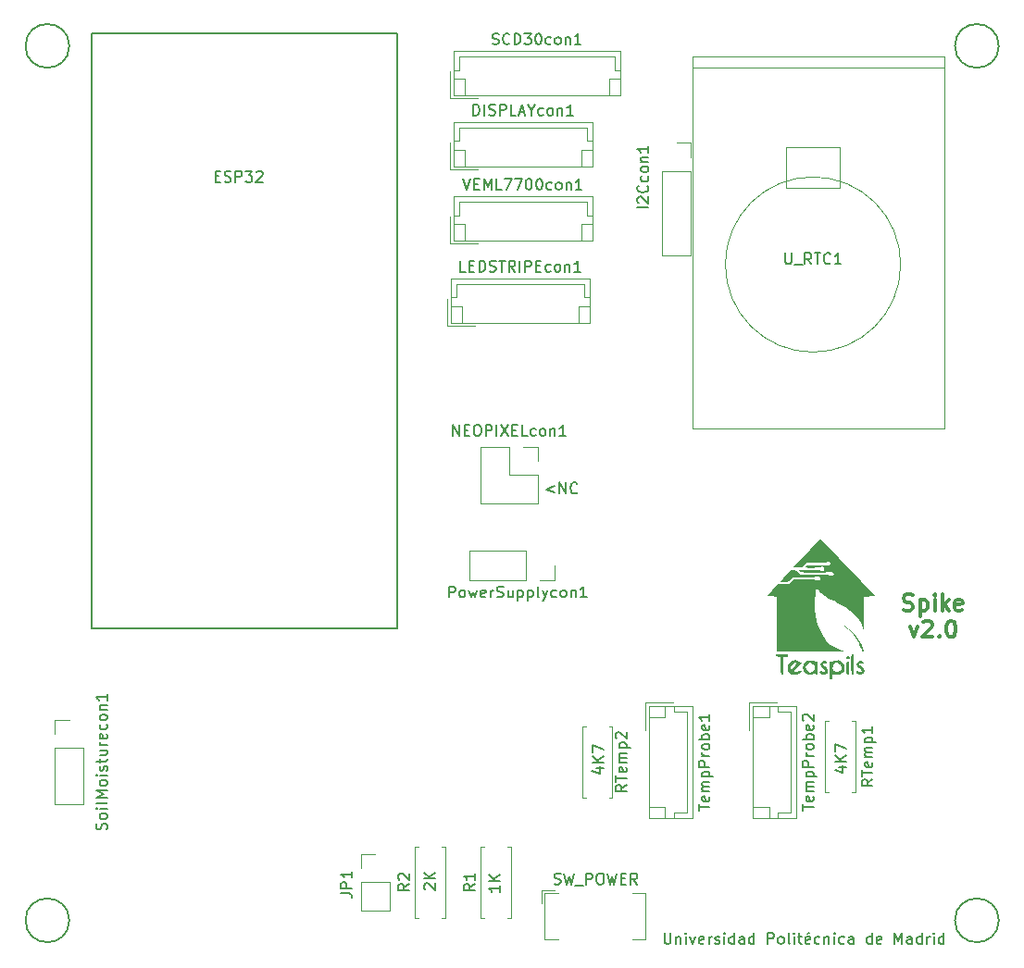
<source format=gbr>
%TF.GenerationSoftware,KiCad,Pcbnew,(6.0.4)*%
%TF.CreationDate,2022-04-08T13:10:10+02:00*%
%TF.ProjectId,TeaSpike v1,54656153-7069-46b6-9520-76312e6b6963,rev?*%
%TF.SameCoordinates,Original*%
%TF.FileFunction,Legend,Top*%
%TF.FilePolarity,Positive*%
%FSLAX46Y46*%
G04 Gerber Fmt 4.6, Leading zero omitted, Abs format (unit mm)*
G04 Created by KiCad (PCBNEW (6.0.4)) date 2022-04-08 13:10:10*
%MOMM*%
%LPD*%
G01*
G04 APERTURE LIST*
%ADD10C,0.200000*%
%ADD11C,0.300000*%
%ADD12C,0.150000*%
%ADD13C,0.120000*%
%ADD14C,0.127000*%
G04 APERTURE END LIST*
D10*
X159438095Y-130652380D02*
X159438095Y-131461904D01*
X159485714Y-131557142D01*
X159533333Y-131604761D01*
X159628571Y-131652380D01*
X159819047Y-131652380D01*
X159914285Y-131604761D01*
X159961904Y-131557142D01*
X160009523Y-131461904D01*
X160009523Y-130652380D01*
X160485714Y-130985714D02*
X160485714Y-131652380D01*
X160485714Y-131080952D02*
X160533333Y-131033333D01*
X160628571Y-130985714D01*
X160771428Y-130985714D01*
X160866666Y-131033333D01*
X160914285Y-131128571D01*
X160914285Y-131652380D01*
X161390476Y-131652380D02*
X161390476Y-130985714D01*
X161390476Y-130652380D02*
X161342857Y-130700000D01*
X161390476Y-130747619D01*
X161438095Y-130700000D01*
X161390476Y-130652380D01*
X161390476Y-130747619D01*
X161771428Y-130985714D02*
X162009523Y-131652380D01*
X162247619Y-130985714D01*
X163009523Y-131604761D02*
X162914285Y-131652380D01*
X162723809Y-131652380D01*
X162628571Y-131604761D01*
X162580952Y-131509523D01*
X162580952Y-131128571D01*
X162628571Y-131033333D01*
X162723809Y-130985714D01*
X162914285Y-130985714D01*
X163009523Y-131033333D01*
X163057142Y-131128571D01*
X163057142Y-131223809D01*
X162580952Y-131319047D01*
X163485714Y-131652380D02*
X163485714Y-130985714D01*
X163485714Y-131176190D02*
X163533333Y-131080952D01*
X163580952Y-131033333D01*
X163676190Y-130985714D01*
X163771428Y-130985714D01*
X164057142Y-131604761D02*
X164152380Y-131652380D01*
X164342857Y-131652380D01*
X164438095Y-131604761D01*
X164485714Y-131509523D01*
X164485714Y-131461904D01*
X164438095Y-131366666D01*
X164342857Y-131319047D01*
X164200000Y-131319047D01*
X164104761Y-131271428D01*
X164057142Y-131176190D01*
X164057142Y-131128571D01*
X164104761Y-131033333D01*
X164200000Y-130985714D01*
X164342857Y-130985714D01*
X164438095Y-131033333D01*
X164914285Y-131652380D02*
X164914285Y-130985714D01*
X164914285Y-130652380D02*
X164866666Y-130700000D01*
X164914285Y-130747619D01*
X164961904Y-130700000D01*
X164914285Y-130652380D01*
X164914285Y-130747619D01*
X165819047Y-131652380D02*
X165819047Y-130652380D01*
X165819047Y-131604761D02*
X165723809Y-131652380D01*
X165533333Y-131652380D01*
X165438095Y-131604761D01*
X165390476Y-131557142D01*
X165342857Y-131461904D01*
X165342857Y-131176190D01*
X165390476Y-131080952D01*
X165438095Y-131033333D01*
X165533333Y-130985714D01*
X165723809Y-130985714D01*
X165819047Y-131033333D01*
X166723809Y-131652380D02*
X166723809Y-131128571D01*
X166676190Y-131033333D01*
X166580952Y-130985714D01*
X166390476Y-130985714D01*
X166295238Y-131033333D01*
X166723809Y-131604761D02*
X166628571Y-131652380D01*
X166390476Y-131652380D01*
X166295238Y-131604761D01*
X166247619Y-131509523D01*
X166247619Y-131414285D01*
X166295238Y-131319047D01*
X166390476Y-131271428D01*
X166628571Y-131271428D01*
X166723809Y-131223809D01*
X167628571Y-131652380D02*
X167628571Y-130652380D01*
X167628571Y-131604761D02*
X167533333Y-131652380D01*
X167342857Y-131652380D01*
X167247619Y-131604761D01*
X167200000Y-131557142D01*
X167152380Y-131461904D01*
X167152380Y-131176190D01*
X167200000Y-131080952D01*
X167247619Y-131033333D01*
X167342857Y-130985714D01*
X167533333Y-130985714D01*
X167628571Y-131033333D01*
X168866666Y-131652380D02*
X168866666Y-130652380D01*
X169247619Y-130652380D01*
X169342857Y-130700000D01*
X169390476Y-130747619D01*
X169438095Y-130842857D01*
X169438095Y-130985714D01*
X169390476Y-131080952D01*
X169342857Y-131128571D01*
X169247619Y-131176190D01*
X168866666Y-131176190D01*
X170009523Y-131652380D02*
X169914285Y-131604761D01*
X169866666Y-131557142D01*
X169819047Y-131461904D01*
X169819047Y-131176190D01*
X169866666Y-131080952D01*
X169914285Y-131033333D01*
X170009523Y-130985714D01*
X170152380Y-130985714D01*
X170247619Y-131033333D01*
X170295238Y-131080952D01*
X170342857Y-131176190D01*
X170342857Y-131461904D01*
X170295238Y-131557142D01*
X170247619Y-131604761D01*
X170152380Y-131652380D01*
X170009523Y-131652380D01*
X170914285Y-131652380D02*
X170819047Y-131604761D01*
X170771428Y-131509523D01*
X170771428Y-130652380D01*
X171295238Y-131652380D02*
X171295238Y-130985714D01*
X171295238Y-130652380D02*
X171247619Y-130700000D01*
X171295238Y-130747619D01*
X171342857Y-130700000D01*
X171295238Y-130652380D01*
X171295238Y-130747619D01*
X171628571Y-130985714D02*
X172009523Y-130985714D01*
X171771428Y-130652380D02*
X171771428Y-131509523D01*
X171819047Y-131604761D01*
X171914285Y-131652380D01*
X172009523Y-131652380D01*
X172723809Y-131604761D02*
X172628571Y-131652380D01*
X172438095Y-131652380D01*
X172342857Y-131604761D01*
X172295238Y-131509523D01*
X172295238Y-131128571D01*
X172342857Y-131033333D01*
X172438095Y-130985714D01*
X172628571Y-130985714D01*
X172723809Y-131033333D01*
X172771428Y-131128571D01*
X172771428Y-131223809D01*
X172295238Y-131319047D01*
X172628571Y-130604761D02*
X172485714Y-130747619D01*
X173628571Y-131604761D02*
X173533333Y-131652380D01*
X173342857Y-131652380D01*
X173247619Y-131604761D01*
X173200000Y-131557142D01*
X173152380Y-131461904D01*
X173152380Y-131176190D01*
X173200000Y-131080952D01*
X173247619Y-131033333D01*
X173342857Y-130985714D01*
X173533333Y-130985714D01*
X173628571Y-131033333D01*
X174057142Y-130985714D02*
X174057142Y-131652380D01*
X174057142Y-131080952D02*
X174104761Y-131033333D01*
X174200000Y-130985714D01*
X174342857Y-130985714D01*
X174438095Y-131033333D01*
X174485714Y-131128571D01*
X174485714Y-131652380D01*
X174961904Y-131652380D02*
X174961904Y-130985714D01*
X174961904Y-130652380D02*
X174914285Y-130700000D01*
X174961904Y-130747619D01*
X175009523Y-130700000D01*
X174961904Y-130652380D01*
X174961904Y-130747619D01*
X175866666Y-131604761D02*
X175771428Y-131652380D01*
X175580952Y-131652380D01*
X175485714Y-131604761D01*
X175438095Y-131557142D01*
X175390476Y-131461904D01*
X175390476Y-131176190D01*
X175438095Y-131080952D01*
X175485714Y-131033333D01*
X175580952Y-130985714D01*
X175771428Y-130985714D01*
X175866666Y-131033333D01*
X176723809Y-131652380D02*
X176723809Y-131128571D01*
X176676190Y-131033333D01*
X176580952Y-130985714D01*
X176390476Y-130985714D01*
X176295238Y-131033333D01*
X176723809Y-131604761D02*
X176628571Y-131652380D01*
X176390476Y-131652380D01*
X176295238Y-131604761D01*
X176247619Y-131509523D01*
X176247619Y-131414285D01*
X176295238Y-131319047D01*
X176390476Y-131271428D01*
X176628571Y-131271428D01*
X176723809Y-131223809D01*
X178390476Y-131652380D02*
X178390476Y-130652380D01*
X178390476Y-131604761D02*
X178295238Y-131652380D01*
X178104761Y-131652380D01*
X178009523Y-131604761D01*
X177961904Y-131557142D01*
X177914285Y-131461904D01*
X177914285Y-131176190D01*
X177961904Y-131080952D01*
X178009523Y-131033333D01*
X178104761Y-130985714D01*
X178295238Y-130985714D01*
X178390476Y-131033333D01*
X179247619Y-131604761D02*
X179152380Y-131652380D01*
X178961904Y-131652380D01*
X178866666Y-131604761D01*
X178819047Y-131509523D01*
X178819047Y-131128571D01*
X178866666Y-131033333D01*
X178961904Y-130985714D01*
X179152380Y-130985714D01*
X179247619Y-131033333D01*
X179295238Y-131128571D01*
X179295238Y-131223809D01*
X178819047Y-131319047D01*
X180485714Y-131652380D02*
X180485714Y-130652380D01*
X180819047Y-131366666D01*
X181152380Y-130652380D01*
X181152380Y-131652380D01*
X182057142Y-131652380D02*
X182057142Y-131128571D01*
X182009523Y-131033333D01*
X181914285Y-130985714D01*
X181723809Y-130985714D01*
X181628571Y-131033333D01*
X182057142Y-131604761D02*
X181961904Y-131652380D01*
X181723809Y-131652380D01*
X181628571Y-131604761D01*
X181580952Y-131509523D01*
X181580952Y-131414285D01*
X181628571Y-131319047D01*
X181723809Y-131271428D01*
X181961904Y-131271428D01*
X182057142Y-131223809D01*
X182961904Y-131652380D02*
X182961904Y-130652380D01*
X182961904Y-131604761D02*
X182866666Y-131652380D01*
X182676190Y-131652380D01*
X182580952Y-131604761D01*
X182533333Y-131557142D01*
X182485714Y-131461904D01*
X182485714Y-131176190D01*
X182533333Y-131080952D01*
X182580952Y-131033333D01*
X182676190Y-130985714D01*
X182866666Y-130985714D01*
X182961904Y-131033333D01*
X183438095Y-131652380D02*
X183438095Y-130985714D01*
X183438095Y-131176190D02*
X183485714Y-131080952D01*
X183533333Y-131033333D01*
X183628571Y-130985714D01*
X183723809Y-130985714D01*
X184057142Y-131652380D02*
X184057142Y-130985714D01*
X184057142Y-130652380D02*
X184009523Y-130700000D01*
X184057142Y-130747619D01*
X184104761Y-130700000D01*
X184057142Y-130652380D01*
X184057142Y-130747619D01*
X184961904Y-131652380D02*
X184961904Y-130652380D01*
X184961904Y-131604761D02*
X184866666Y-131652380D01*
X184676190Y-131652380D01*
X184580952Y-131604761D01*
X184533333Y-131557142D01*
X184485714Y-131461904D01*
X184485714Y-131176190D01*
X184533333Y-131080952D01*
X184580952Y-131033333D01*
X184676190Y-130985714D01*
X184866666Y-130985714D01*
X184961904Y-131033333D01*
D11*
X181285714Y-101099642D02*
X181500000Y-101171071D01*
X181857142Y-101171071D01*
X182000000Y-101099642D01*
X182071428Y-101028214D01*
X182142857Y-100885357D01*
X182142857Y-100742500D01*
X182071428Y-100599642D01*
X182000000Y-100528214D01*
X181857142Y-100456785D01*
X181571428Y-100385357D01*
X181428571Y-100313928D01*
X181357142Y-100242500D01*
X181285714Y-100099642D01*
X181285714Y-99956785D01*
X181357142Y-99813928D01*
X181428571Y-99742500D01*
X181571428Y-99671071D01*
X181928571Y-99671071D01*
X182142857Y-99742500D01*
X182785714Y-100171071D02*
X182785714Y-101671071D01*
X182785714Y-100242500D02*
X182928571Y-100171071D01*
X183214285Y-100171071D01*
X183357142Y-100242500D01*
X183428571Y-100313928D01*
X183500000Y-100456785D01*
X183500000Y-100885357D01*
X183428571Y-101028214D01*
X183357142Y-101099642D01*
X183214285Y-101171071D01*
X182928571Y-101171071D01*
X182785714Y-101099642D01*
X184142857Y-101171071D02*
X184142857Y-100171071D01*
X184142857Y-99671071D02*
X184071428Y-99742500D01*
X184142857Y-99813928D01*
X184214285Y-99742500D01*
X184142857Y-99671071D01*
X184142857Y-99813928D01*
X184857142Y-101171071D02*
X184857142Y-99671071D01*
X185000000Y-100599642D02*
X185428571Y-101171071D01*
X185428571Y-100171071D02*
X184857142Y-100742500D01*
X186642857Y-101099642D02*
X186500000Y-101171071D01*
X186214285Y-101171071D01*
X186071428Y-101099642D01*
X186000000Y-100956785D01*
X186000000Y-100385357D01*
X186071428Y-100242500D01*
X186214285Y-100171071D01*
X186500000Y-100171071D01*
X186642857Y-100242500D01*
X186714285Y-100385357D01*
X186714285Y-100528214D01*
X186000000Y-100671071D01*
X181857142Y-102586071D02*
X182214285Y-103586071D01*
X182571428Y-102586071D01*
X183071428Y-102228928D02*
X183142857Y-102157500D01*
X183285714Y-102086071D01*
X183642857Y-102086071D01*
X183785714Y-102157500D01*
X183857142Y-102228928D01*
X183928571Y-102371785D01*
X183928571Y-102514642D01*
X183857142Y-102728928D01*
X183000000Y-103586071D01*
X183928571Y-103586071D01*
X184571428Y-103443214D02*
X184642857Y-103514642D01*
X184571428Y-103586071D01*
X184500000Y-103514642D01*
X184571428Y-103443214D01*
X184571428Y-103586071D01*
X185571428Y-102086071D02*
X185714285Y-102086071D01*
X185857142Y-102157500D01*
X185928571Y-102228928D01*
X186000000Y-102371785D01*
X186071428Y-102657500D01*
X186071428Y-103014642D01*
X186000000Y-103300357D01*
X185928571Y-103443214D01*
X185857142Y-103514642D01*
X185714285Y-103586071D01*
X185571428Y-103586071D01*
X185428571Y-103514642D01*
X185357142Y-103443214D01*
X185285714Y-103300357D01*
X185214285Y-103014642D01*
X185214285Y-102657500D01*
X185285714Y-102371785D01*
X185357142Y-102228928D01*
X185428571Y-102157500D01*
X185571428Y-102086071D01*
D10*
X190000000Y-49500000D02*
G75*
G03*
X190000000Y-49500000I-2000000J0D01*
G01*
X190000000Y-129500000D02*
G75*
G03*
X190000000Y-129500000I-2000000J0D01*
G01*
X105000000Y-129500000D02*
G75*
G03*
X105000000Y-129500000I-2000000J0D01*
G01*
X105000000Y-49500000D02*
G75*
G03*
X105000000Y-49500000I-2000000J0D01*
G01*
D12*
X149357142Y-89785714D02*
X148595238Y-90071428D01*
X149357142Y-90357142D01*
X149833333Y-90452380D02*
X149833333Y-89452380D01*
X150404761Y-90452380D01*
X150404761Y-89452380D01*
X151452380Y-90357142D02*
X151404761Y-90404761D01*
X151261904Y-90452380D01*
X151166666Y-90452380D01*
X151023809Y-90404761D01*
X150928571Y-90309523D01*
X150880952Y-90214285D01*
X150833333Y-90023809D01*
X150833333Y-89880952D01*
X150880952Y-89690476D01*
X150928571Y-89595238D01*
X151023809Y-89500000D01*
X151166666Y-89452380D01*
X151261904Y-89452380D01*
X151404761Y-89500000D01*
X151452380Y-89547619D01*
%TO.C,DISPLAYcon1*%
X141952380Y-55852380D02*
X141952380Y-54852380D01*
X142190476Y-54852380D01*
X142333333Y-54900000D01*
X142428571Y-54995238D01*
X142476190Y-55090476D01*
X142523809Y-55280952D01*
X142523809Y-55423809D01*
X142476190Y-55614285D01*
X142428571Y-55709523D01*
X142333333Y-55804761D01*
X142190476Y-55852380D01*
X141952380Y-55852380D01*
X142952380Y-55852380D02*
X142952380Y-54852380D01*
X143380952Y-55804761D02*
X143523809Y-55852380D01*
X143761904Y-55852380D01*
X143857142Y-55804761D01*
X143904761Y-55757142D01*
X143952380Y-55661904D01*
X143952380Y-55566666D01*
X143904761Y-55471428D01*
X143857142Y-55423809D01*
X143761904Y-55376190D01*
X143571428Y-55328571D01*
X143476190Y-55280952D01*
X143428571Y-55233333D01*
X143380952Y-55138095D01*
X143380952Y-55042857D01*
X143428571Y-54947619D01*
X143476190Y-54900000D01*
X143571428Y-54852380D01*
X143809523Y-54852380D01*
X143952380Y-54900000D01*
X144380952Y-55852380D02*
X144380952Y-54852380D01*
X144761904Y-54852380D01*
X144857142Y-54900000D01*
X144904761Y-54947619D01*
X144952380Y-55042857D01*
X144952380Y-55185714D01*
X144904761Y-55280952D01*
X144857142Y-55328571D01*
X144761904Y-55376190D01*
X144380952Y-55376190D01*
X145857142Y-55852380D02*
X145380952Y-55852380D01*
X145380952Y-54852380D01*
X146142857Y-55566666D02*
X146619047Y-55566666D01*
X146047619Y-55852380D02*
X146380952Y-54852380D01*
X146714285Y-55852380D01*
X147238095Y-55376190D02*
X147238095Y-55852380D01*
X146904761Y-54852380D02*
X147238095Y-55376190D01*
X147571428Y-54852380D01*
X148333333Y-55804761D02*
X148238095Y-55852380D01*
X148047619Y-55852380D01*
X147952380Y-55804761D01*
X147904761Y-55757142D01*
X147857142Y-55661904D01*
X147857142Y-55376190D01*
X147904761Y-55280952D01*
X147952380Y-55233333D01*
X148047619Y-55185714D01*
X148238095Y-55185714D01*
X148333333Y-55233333D01*
X148904761Y-55852380D02*
X148809523Y-55804761D01*
X148761904Y-55757142D01*
X148714285Y-55661904D01*
X148714285Y-55376190D01*
X148761904Y-55280952D01*
X148809523Y-55233333D01*
X148904761Y-55185714D01*
X149047619Y-55185714D01*
X149142857Y-55233333D01*
X149190476Y-55280952D01*
X149238095Y-55376190D01*
X149238095Y-55661904D01*
X149190476Y-55757142D01*
X149142857Y-55804761D01*
X149047619Y-55852380D01*
X148904761Y-55852380D01*
X149666666Y-55185714D02*
X149666666Y-55852380D01*
X149666666Y-55280952D02*
X149714285Y-55233333D01*
X149809523Y-55185714D01*
X149952380Y-55185714D01*
X150047619Y-55233333D01*
X150095238Y-55328571D01*
X150095238Y-55852380D01*
X151095238Y-55852380D02*
X150523809Y-55852380D01*
X150809523Y-55852380D02*
X150809523Y-54852380D01*
X150714285Y-54995238D01*
X150619047Y-55090476D01*
X150523809Y-55138095D01*
%TO.C,R1*%
X142082380Y-126166666D02*
X141606190Y-126500000D01*
X142082380Y-126738095D02*
X141082380Y-126738095D01*
X141082380Y-126357142D01*
X141130000Y-126261904D01*
X141177619Y-126214285D01*
X141272857Y-126166666D01*
X141415714Y-126166666D01*
X141510952Y-126214285D01*
X141558571Y-126261904D01*
X141606190Y-126357142D01*
X141606190Y-126738095D01*
X142082380Y-125214285D02*
X142082380Y-125785714D01*
X142082380Y-125500000D02*
X141082380Y-125500000D01*
X141225238Y-125595238D01*
X141320476Y-125690476D01*
X141368095Y-125785714D01*
X144352380Y-126314285D02*
X144352380Y-126885714D01*
X144352380Y-126600000D02*
X143352380Y-126600000D01*
X143495238Y-126695238D01*
X143590476Y-126790476D01*
X143638095Y-126885714D01*
X144352380Y-125885714D02*
X143352380Y-125885714D01*
X144352380Y-125314285D02*
X143780952Y-125742857D01*
X143352380Y-125314285D02*
X143923809Y-125885714D01*
%TO.C,SoilMoisturecon1*%
X108404761Y-121190476D02*
X108452380Y-121047619D01*
X108452380Y-120809523D01*
X108404761Y-120714285D01*
X108357142Y-120666666D01*
X108261904Y-120619047D01*
X108166666Y-120619047D01*
X108071428Y-120666666D01*
X108023809Y-120714285D01*
X107976190Y-120809523D01*
X107928571Y-121000000D01*
X107880952Y-121095238D01*
X107833333Y-121142857D01*
X107738095Y-121190476D01*
X107642857Y-121190476D01*
X107547619Y-121142857D01*
X107500000Y-121095238D01*
X107452380Y-121000000D01*
X107452380Y-120761904D01*
X107500000Y-120619047D01*
X108452380Y-120047619D02*
X108404761Y-120142857D01*
X108357142Y-120190476D01*
X108261904Y-120238095D01*
X107976190Y-120238095D01*
X107880952Y-120190476D01*
X107833333Y-120142857D01*
X107785714Y-120047619D01*
X107785714Y-119904761D01*
X107833333Y-119809523D01*
X107880952Y-119761904D01*
X107976190Y-119714285D01*
X108261904Y-119714285D01*
X108357142Y-119761904D01*
X108404761Y-119809523D01*
X108452380Y-119904761D01*
X108452380Y-120047619D01*
X108452380Y-119285714D02*
X107785714Y-119285714D01*
X107452380Y-119285714D02*
X107500000Y-119333333D01*
X107547619Y-119285714D01*
X107500000Y-119238095D01*
X107452380Y-119285714D01*
X107547619Y-119285714D01*
X108452380Y-118666666D02*
X108404761Y-118761904D01*
X108309523Y-118809523D01*
X107452380Y-118809523D01*
X108452380Y-118285714D02*
X107452380Y-118285714D01*
X108166666Y-117952380D01*
X107452380Y-117619047D01*
X108452380Y-117619047D01*
X108452380Y-117000000D02*
X108404761Y-117095238D01*
X108357142Y-117142857D01*
X108261904Y-117190476D01*
X107976190Y-117190476D01*
X107880952Y-117142857D01*
X107833333Y-117095238D01*
X107785714Y-117000000D01*
X107785714Y-116857142D01*
X107833333Y-116761904D01*
X107880952Y-116714285D01*
X107976190Y-116666666D01*
X108261904Y-116666666D01*
X108357142Y-116714285D01*
X108404761Y-116761904D01*
X108452380Y-116857142D01*
X108452380Y-117000000D01*
X108452380Y-116238095D02*
X107785714Y-116238095D01*
X107452380Y-116238095D02*
X107500000Y-116285714D01*
X107547619Y-116238095D01*
X107500000Y-116190476D01*
X107452380Y-116238095D01*
X107547619Y-116238095D01*
X108404761Y-115809523D02*
X108452380Y-115714285D01*
X108452380Y-115523809D01*
X108404761Y-115428571D01*
X108309523Y-115380952D01*
X108261904Y-115380952D01*
X108166666Y-115428571D01*
X108119047Y-115523809D01*
X108119047Y-115666666D01*
X108071428Y-115761904D01*
X107976190Y-115809523D01*
X107928571Y-115809523D01*
X107833333Y-115761904D01*
X107785714Y-115666666D01*
X107785714Y-115523809D01*
X107833333Y-115428571D01*
X107785714Y-115095238D02*
X107785714Y-114714285D01*
X107452380Y-114952380D02*
X108309523Y-114952380D01*
X108404761Y-114904761D01*
X108452380Y-114809523D01*
X108452380Y-114714285D01*
X107785714Y-113952380D02*
X108452380Y-113952380D01*
X107785714Y-114380952D02*
X108309523Y-114380952D01*
X108404761Y-114333333D01*
X108452380Y-114238095D01*
X108452380Y-114095238D01*
X108404761Y-114000000D01*
X108357142Y-113952380D01*
X108452380Y-113476190D02*
X107785714Y-113476190D01*
X107976190Y-113476190D02*
X107880952Y-113428571D01*
X107833333Y-113380952D01*
X107785714Y-113285714D01*
X107785714Y-113190476D01*
X108404761Y-112476190D02*
X108452380Y-112571428D01*
X108452380Y-112761904D01*
X108404761Y-112857142D01*
X108309523Y-112904761D01*
X107928571Y-112904761D01*
X107833333Y-112857142D01*
X107785714Y-112761904D01*
X107785714Y-112571428D01*
X107833333Y-112476190D01*
X107928571Y-112428571D01*
X108023809Y-112428571D01*
X108119047Y-112904761D01*
X108404761Y-111571428D02*
X108452380Y-111666666D01*
X108452380Y-111857142D01*
X108404761Y-111952380D01*
X108357142Y-112000000D01*
X108261904Y-112047619D01*
X107976190Y-112047619D01*
X107880952Y-112000000D01*
X107833333Y-111952380D01*
X107785714Y-111857142D01*
X107785714Y-111666666D01*
X107833333Y-111571428D01*
X108452380Y-111000000D02*
X108404761Y-111095238D01*
X108357142Y-111142857D01*
X108261904Y-111190476D01*
X107976190Y-111190476D01*
X107880952Y-111142857D01*
X107833333Y-111095238D01*
X107785714Y-111000000D01*
X107785714Y-110857142D01*
X107833333Y-110761904D01*
X107880952Y-110714285D01*
X107976190Y-110666666D01*
X108261904Y-110666666D01*
X108357142Y-110714285D01*
X108404761Y-110761904D01*
X108452380Y-110857142D01*
X108452380Y-111000000D01*
X107785714Y-110238095D02*
X108452380Y-110238095D01*
X107880952Y-110238095D02*
X107833333Y-110190476D01*
X107785714Y-110095238D01*
X107785714Y-109952380D01*
X107833333Y-109857142D01*
X107928571Y-109809523D01*
X108452380Y-109809523D01*
X108452380Y-108809523D02*
X108452380Y-109380952D01*
X108452380Y-109095238D02*
X107452380Y-109095238D01*
X107595238Y-109190476D01*
X107690476Y-109285714D01*
X107738095Y-109380952D01*
%TO.C,ESP32*%
X118356315Y-61428543D02*
X118689777Y-61428543D01*
X118832690Y-61952555D02*
X118356315Y-61952555D01*
X118356315Y-60952169D01*
X118832690Y-60952169D01*
X119213789Y-61904918D02*
X119356701Y-61952555D01*
X119594888Y-61952555D01*
X119690163Y-61904918D01*
X119737801Y-61857280D01*
X119785438Y-61762005D01*
X119785438Y-61666731D01*
X119737801Y-61571456D01*
X119690163Y-61523818D01*
X119594888Y-61476181D01*
X119404339Y-61428543D01*
X119309064Y-61380906D01*
X119261426Y-61333269D01*
X119213789Y-61237994D01*
X119213789Y-61142719D01*
X119261426Y-61047444D01*
X119309064Y-60999807D01*
X119404339Y-60952169D01*
X119642526Y-60952169D01*
X119785438Y-60999807D01*
X120214175Y-61952555D02*
X120214175Y-60952169D01*
X120595274Y-60952169D01*
X120690549Y-60999807D01*
X120738187Y-61047444D01*
X120785824Y-61142719D01*
X120785824Y-61285631D01*
X120738187Y-61380906D01*
X120690549Y-61428543D01*
X120595274Y-61476181D01*
X120214175Y-61476181D01*
X121119286Y-60952169D02*
X121738573Y-60952169D01*
X121405111Y-61333269D01*
X121548023Y-61333269D01*
X121643298Y-61380906D01*
X121690935Y-61428543D01*
X121738573Y-61523818D01*
X121738573Y-61762005D01*
X121690935Y-61857280D01*
X121643298Y-61904918D01*
X121548023Y-61952555D01*
X121262198Y-61952555D01*
X121166924Y-61904918D01*
X121119286Y-61857280D01*
X122119672Y-61047444D02*
X122167310Y-60999807D01*
X122262584Y-60952169D01*
X122500772Y-60952169D01*
X122596046Y-60999807D01*
X122643684Y-61047444D01*
X122691321Y-61142719D01*
X122691321Y-61237994D01*
X122643684Y-61380906D01*
X122072035Y-61952555D01*
X122691321Y-61952555D01*
%TO.C,JP1*%
X129852380Y-127033333D02*
X130566666Y-127033333D01*
X130709523Y-127080952D01*
X130804761Y-127176190D01*
X130852380Y-127319047D01*
X130852380Y-127414285D01*
X130852380Y-126557142D02*
X129852380Y-126557142D01*
X129852380Y-126176190D01*
X129900000Y-126080952D01*
X129947619Y-126033333D01*
X130042857Y-125985714D01*
X130185714Y-125985714D01*
X130280952Y-126033333D01*
X130328571Y-126080952D01*
X130376190Y-126176190D01*
X130376190Y-126557142D01*
X130852380Y-125033333D02*
X130852380Y-125604761D01*
X130852380Y-125319047D02*
X129852380Y-125319047D01*
X129995238Y-125414285D01*
X130090476Y-125509523D01*
X130138095Y-125604761D01*
%TO.C,I2Ccon1*%
X157952380Y-64285714D02*
X156952380Y-64285714D01*
X157047619Y-63857142D02*
X157000000Y-63809523D01*
X156952380Y-63714285D01*
X156952380Y-63476190D01*
X157000000Y-63380952D01*
X157047619Y-63333333D01*
X157142857Y-63285714D01*
X157238095Y-63285714D01*
X157380952Y-63333333D01*
X157952380Y-63904761D01*
X157952380Y-63285714D01*
X157857142Y-62285714D02*
X157904761Y-62333333D01*
X157952380Y-62476190D01*
X157952380Y-62571428D01*
X157904761Y-62714285D01*
X157809523Y-62809523D01*
X157714285Y-62857142D01*
X157523809Y-62904761D01*
X157380952Y-62904761D01*
X157190476Y-62857142D01*
X157095238Y-62809523D01*
X157000000Y-62714285D01*
X156952380Y-62571428D01*
X156952380Y-62476190D01*
X157000000Y-62333333D01*
X157047619Y-62285714D01*
X157904761Y-61428571D02*
X157952380Y-61523809D01*
X157952380Y-61714285D01*
X157904761Y-61809523D01*
X157857142Y-61857142D01*
X157761904Y-61904761D01*
X157476190Y-61904761D01*
X157380952Y-61857142D01*
X157333333Y-61809523D01*
X157285714Y-61714285D01*
X157285714Y-61523809D01*
X157333333Y-61428571D01*
X157952380Y-60857142D02*
X157904761Y-60952380D01*
X157857142Y-61000000D01*
X157761904Y-61047619D01*
X157476190Y-61047619D01*
X157380952Y-61000000D01*
X157333333Y-60952380D01*
X157285714Y-60857142D01*
X157285714Y-60714285D01*
X157333333Y-60619047D01*
X157380952Y-60571428D01*
X157476190Y-60523809D01*
X157761904Y-60523809D01*
X157857142Y-60571428D01*
X157904761Y-60619047D01*
X157952380Y-60714285D01*
X157952380Y-60857142D01*
X157285714Y-60095238D02*
X157952380Y-60095238D01*
X157380952Y-60095238D02*
X157333333Y-60047619D01*
X157285714Y-59952380D01*
X157285714Y-59809523D01*
X157333333Y-59714285D01*
X157428571Y-59666666D01*
X157952380Y-59666666D01*
X157952380Y-58666666D02*
X157952380Y-59238095D01*
X157952380Y-58952380D02*
X156952380Y-58952380D01*
X157095238Y-59047619D01*
X157190476Y-59142857D01*
X157238095Y-59238095D01*
%TO.C,PowerSupplycon1*%
X139738095Y-99952380D02*
X139738095Y-98952380D01*
X140119047Y-98952380D01*
X140214285Y-99000000D01*
X140261904Y-99047619D01*
X140309523Y-99142857D01*
X140309523Y-99285714D01*
X140261904Y-99380952D01*
X140214285Y-99428571D01*
X140119047Y-99476190D01*
X139738095Y-99476190D01*
X140880952Y-99952380D02*
X140785714Y-99904761D01*
X140738095Y-99857142D01*
X140690476Y-99761904D01*
X140690476Y-99476190D01*
X140738095Y-99380952D01*
X140785714Y-99333333D01*
X140880952Y-99285714D01*
X141023809Y-99285714D01*
X141119047Y-99333333D01*
X141166666Y-99380952D01*
X141214285Y-99476190D01*
X141214285Y-99761904D01*
X141166666Y-99857142D01*
X141119047Y-99904761D01*
X141023809Y-99952380D01*
X140880952Y-99952380D01*
X141547619Y-99285714D02*
X141738095Y-99952380D01*
X141928571Y-99476190D01*
X142119047Y-99952380D01*
X142309523Y-99285714D01*
X143071428Y-99904761D02*
X142976190Y-99952380D01*
X142785714Y-99952380D01*
X142690476Y-99904761D01*
X142642857Y-99809523D01*
X142642857Y-99428571D01*
X142690476Y-99333333D01*
X142785714Y-99285714D01*
X142976190Y-99285714D01*
X143071428Y-99333333D01*
X143119047Y-99428571D01*
X143119047Y-99523809D01*
X142642857Y-99619047D01*
X143547619Y-99952380D02*
X143547619Y-99285714D01*
X143547619Y-99476190D02*
X143595238Y-99380952D01*
X143642857Y-99333333D01*
X143738095Y-99285714D01*
X143833333Y-99285714D01*
X144119047Y-99904761D02*
X144261904Y-99952380D01*
X144500000Y-99952380D01*
X144595238Y-99904761D01*
X144642857Y-99857142D01*
X144690476Y-99761904D01*
X144690476Y-99666666D01*
X144642857Y-99571428D01*
X144595238Y-99523809D01*
X144500000Y-99476190D01*
X144309523Y-99428571D01*
X144214285Y-99380952D01*
X144166666Y-99333333D01*
X144119047Y-99238095D01*
X144119047Y-99142857D01*
X144166666Y-99047619D01*
X144214285Y-99000000D01*
X144309523Y-98952380D01*
X144547619Y-98952380D01*
X144690476Y-99000000D01*
X145547619Y-99285714D02*
X145547619Y-99952380D01*
X145119047Y-99285714D02*
X145119047Y-99809523D01*
X145166666Y-99904761D01*
X145261904Y-99952380D01*
X145404761Y-99952380D01*
X145500000Y-99904761D01*
X145547619Y-99857142D01*
X146023809Y-99285714D02*
X146023809Y-100285714D01*
X146023809Y-99333333D02*
X146119047Y-99285714D01*
X146309523Y-99285714D01*
X146404761Y-99333333D01*
X146452380Y-99380952D01*
X146500000Y-99476190D01*
X146500000Y-99761904D01*
X146452380Y-99857142D01*
X146404761Y-99904761D01*
X146309523Y-99952380D01*
X146119047Y-99952380D01*
X146023809Y-99904761D01*
X146928571Y-99285714D02*
X146928571Y-100285714D01*
X146928571Y-99333333D02*
X147023809Y-99285714D01*
X147214285Y-99285714D01*
X147309523Y-99333333D01*
X147357142Y-99380952D01*
X147404761Y-99476190D01*
X147404761Y-99761904D01*
X147357142Y-99857142D01*
X147309523Y-99904761D01*
X147214285Y-99952380D01*
X147023809Y-99952380D01*
X146928571Y-99904761D01*
X147976190Y-99952380D02*
X147880952Y-99904761D01*
X147833333Y-99809523D01*
X147833333Y-98952380D01*
X148261904Y-99285714D02*
X148500000Y-99952380D01*
X148738095Y-99285714D02*
X148500000Y-99952380D01*
X148404761Y-100190476D01*
X148357142Y-100238095D01*
X148261904Y-100285714D01*
X149547619Y-99904761D02*
X149452380Y-99952380D01*
X149261904Y-99952380D01*
X149166666Y-99904761D01*
X149119047Y-99857142D01*
X149071428Y-99761904D01*
X149071428Y-99476190D01*
X149119047Y-99380952D01*
X149166666Y-99333333D01*
X149261904Y-99285714D01*
X149452380Y-99285714D01*
X149547619Y-99333333D01*
X150119047Y-99952380D02*
X150023809Y-99904761D01*
X149976190Y-99857142D01*
X149928571Y-99761904D01*
X149928571Y-99476190D01*
X149976190Y-99380952D01*
X150023809Y-99333333D01*
X150119047Y-99285714D01*
X150261904Y-99285714D01*
X150357142Y-99333333D01*
X150404761Y-99380952D01*
X150452380Y-99476190D01*
X150452380Y-99761904D01*
X150404761Y-99857142D01*
X150357142Y-99904761D01*
X150261904Y-99952380D01*
X150119047Y-99952380D01*
X150880952Y-99285714D02*
X150880952Y-99952380D01*
X150880952Y-99380952D02*
X150928571Y-99333333D01*
X151023809Y-99285714D01*
X151166666Y-99285714D01*
X151261904Y-99333333D01*
X151309523Y-99428571D01*
X151309523Y-99952380D01*
X152309523Y-99952380D02*
X151738095Y-99952380D01*
X152023809Y-99952380D02*
X152023809Y-98952380D01*
X151928571Y-99095238D01*
X151833333Y-99190476D01*
X151738095Y-99238095D01*
%TO.C,U_RTC1*%
X170476190Y-68452380D02*
X170476190Y-69261904D01*
X170523809Y-69357142D01*
X170571428Y-69404761D01*
X170666666Y-69452380D01*
X170857142Y-69452380D01*
X170952380Y-69404761D01*
X171000000Y-69357142D01*
X171047619Y-69261904D01*
X171047619Y-68452380D01*
X171285714Y-69547619D02*
X172047619Y-69547619D01*
X172857142Y-69452380D02*
X172523809Y-68976190D01*
X172285714Y-69452380D02*
X172285714Y-68452380D01*
X172666666Y-68452380D01*
X172761904Y-68500000D01*
X172809523Y-68547619D01*
X172857142Y-68642857D01*
X172857142Y-68785714D01*
X172809523Y-68880952D01*
X172761904Y-68928571D01*
X172666666Y-68976190D01*
X172285714Y-68976190D01*
X173142857Y-68452380D02*
X173714285Y-68452380D01*
X173428571Y-69452380D02*
X173428571Y-68452380D01*
X174619047Y-69357142D02*
X174571428Y-69404761D01*
X174428571Y-69452380D01*
X174333333Y-69452380D01*
X174190476Y-69404761D01*
X174095238Y-69309523D01*
X174047619Y-69214285D01*
X174000000Y-69023809D01*
X174000000Y-68880952D01*
X174047619Y-68690476D01*
X174095238Y-68595238D01*
X174190476Y-68500000D01*
X174333333Y-68452380D01*
X174428571Y-68452380D01*
X174571428Y-68500000D01*
X174619047Y-68547619D01*
X175571428Y-69452380D02*
X175000000Y-69452380D01*
X175285714Y-69452380D02*
X175285714Y-68452380D01*
X175190476Y-68595238D01*
X175095238Y-68690476D01*
X175000000Y-68738095D01*
%TO.C,LEDSTRIPEcon1*%
X141250000Y-70152380D02*
X140773809Y-70152380D01*
X140773809Y-69152380D01*
X141583333Y-69628571D02*
X141916666Y-69628571D01*
X142059523Y-70152380D02*
X141583333Y-70152380D01*
X141583333Y-69152380D01*
X142059523Y-69152380D01*
X142488095Y-70152380D02*
X142488095Y-69152380D01*
X142726190Y-69152380D01*
X142869047Y-69200000D01*
X142964285Y-69295238D01*
X143011904Y-69390476D01*
X143059523Y-69580952D01*
X143059523Y-69723809D01*
X143011904Y-69914285D01*
X142964285Y-70009523D01*
X142869047Y-70104761D01*
X142726190Y-70152380D01*
X142488095Y-70152380D01*
X143440476Y-70104761D02*
X143583333Y-70152380D01*
X143821428Y-70152380D01*
X143916666Y-70104761D01*
X143964285Y-70057142D01*
X144011904Y-69961904D01*
X144011904Y-69866666D01*
X143964285Y-69771428D01*
X143916666Y-69723809D01*
X143821428Y-69676190D01*
X143630952Y-69628571D01*
X143535714Y-69580952D01*
X143488095Y-69533333D01*
X143440476Y-69438095D01*
X143440476Y-69342857D01*
X143488095Y-69247619D01*
X143535714Y-69200000D01*
X143630952Y-69152380D01*
X143869047Y-69152380D01*
X144011904Y-69200000D01*
X144297619Y-69152380D02*
X144869047Y-69152380D01*
X144583333Y-70152380D02*
X144583333Y-69152380D01*
X145773809Y-70152380D02*
X145440476Y-69676190D01*
X145202380Y-70152380D02*
X145202380Y-69152380D01*
X145583333Y-69152380D01*
X145678571Y-69200000D01*
X145726190Y-69247619D01*
X145773809Y-69342857D01*
X145773809Y-69485714D01*
X145726190Y-69580952D01*
X145678571Y-69628571D01*
X145583333Y-69676190D01*
X145202380Y-69676190D01*
X146202380Y-70152380D02*
X146202380Y-69152380D01*
X146678571Y-70152380D02*
X146678571Y-69152380D01*
X147059523Y-69152380D01*
X147154761Y-69200000D01*
X147202380Y-69247619D01*
X147250000Y-69342857D01*
X147250000Y-69485714D01*
X147202380Y-69580952D01*
X147154761Y-69628571D01*
X147059523Y-69676190D01*
X146678571Y-69676190D01*
X147678571Y-69628571D02*
X148011904Y-69628571D01*
X148154761Y-70152380D02*
X147678571Y-70152380D01*
X147678571Y-69152380D01*
X148154761Y-69152380D01*
X149011904Y-70104761D02*
X148916666Y-70152380D01*
X148726190Y-70152380D01*
X148630952Y-70104761D01*
X148583333Y-70057142D01*
X148535714Y-69961904D01*
X148535714Y-69676190D01*
X148583333Y-69580952D01*
X148630952Y-69533333D01*
X148726190Y-69485714D01*
X148916666Y-69485714D01*
X149011904Y-69533333D01*
X149583333Y-70152380D02*
X149488095Y-70104761D01*
X149440476Y-70057142D01*
X149392857Y-69961904D01*
X149392857Y-69676190D01*
X149440476Y-69580952D01*
X149488095Y-69533333D01*
X149583333Y-69485714D01*
X149726190Y-69485714D01*
X149821428Y-69533333D01*
X149869047Y-69580952D01*
X149916666Y-69676190D01*
X149916666Y-69961904D01*
X149869047Y-70057142D01*
X149821428Y-70104761D01*
X149726190Y-70152380D01*
X149583333Y-70152380D01*
X150345238Y-69485714D02*
X150345238Y-70152380D01*
X150345238Y-69580952D02*
X150392857Y-69533333D01*
X150488095Y-69485714D01*
X150630952Y-69485714D01*
X150726190Y-69533333D01*
X150773809Y-69628571D01*
X150773809Y-70152380D01*
X151773809Y-70152380D02*
X151202380Y-70152380D01*
X151488095Y-70152380D02*
X151488095Y-69152380D01*
X151392857Y-69295238D01*
X151297619Y-69390476D01*
X151202380Y-69438095D01*
%TO.C,VEML7700con1*%
X141023809Y-61652380D02*
X141357142Y-62652380D01*
X141690476Y-61652380D01*
X142023809Y-62128571D02*
X142357142Y-62128571D01*
X142500000Y-62652380D02*
X142023809Y-62652380D01*
X142023809Y-61652380D01*
X142500000Y-61652380D01*
X142928571Y-62652380D02*
X142928571Y-61652380D01*
X143261904Y-62366666D01*
X143595238Y-61652380D01*
X143595238Y-62652380D01*
X144547619Y-62652380D02*
X144071428Y-62652380D01*
X144071428Y-61652380D01*
X144785714Y-61652380D02*
X145452380Y-61652380D01*
X145023809Y-62652380D01*
X145738095Y-61652380D02*
X146404761Y-61652380D01*
X145976190Y-62652380D01*
X146976190Y-61652380D02*
X147071428Y-61652380D01*
X147166666Y-61700000D01*
X147214285Y-61747619D01*
X147261904Y-61842857D01*
X147309523Y-62033333D01*
X147309523Y-62271428D01*
X147261904Y-62461904D01*
X147214285Y-62557142D01*
X147166666Y-62604761D01*
X147071428Y-62652380D01*
X146976190Y-62652380D01*
X146880952Y-62604761D01*
X146833333Y-62557142D01*
X146785714Y-62461904D01*
X146738095Y-62271428D01*
X146738095Y-62033333D01*
X146785714Y-61842857D01*
X146833333Y-61747619D01*
X146880952Y-61700000D01*
X146976190Y-61652380D01*
X147928571Y-61652380D02*
X148023809Y-61652380D01*
X148119047Y-61700000D01*
X148166666Y-61747619D01*
X148214285Y-61842857D01*
X148261904Y-62033333D01*
X148261904Y-62271428D01*
X148214285Y-62461904D01*
X148166666Y-62557142D01*
X148119047Y-62604761D01*
X148023809Y-62652380D01*
X147928571Y-62652380D01*
X147833333Y-62604761D01*
X147785714Y-62557142D01*
X147738095Y-62461904D01*
X147690476Y-62271428D01*
X147690476Y-62033333D01*
X147738095Y-61842857D01*
X147785714Y-61747619D01*
X147833333Y-61700000D01*
X147928571Y-61652380D01*
X149119047Y-62604761D02*
X149023809Y-62652380D01*
X148833333Y-62652380D01*
X148738095Y-62604761D01*
X148690476Y-62557142D01*
X148642857Y-62461904D01*
X148642857Y-62176190D01*
X148690476Y-62080952D01*
X148738095Y-62033333D01*
X148833333Y-61985714D01*
X149023809Y-61985714D01*
X149119047Y-62033333D01*
X149690476Y-62652380D02*
X149595238Y-62604761D01*
X149547619Y-62557142D01*
X149500000Y-62461904D01*
X149500000Y-62176190D01*
X149547619Y-62080952D01*
X149595238Y-62033333D01*
X149690476Y-61985714D01*
X149833333Y-61985714D01*
X149928571Y-62033333D01*
X149976190Y-62080952D01*
X150023809Y-62176190D01*
X150023809Y-62461904D01*
X149976190Y-62557142D01*
X149928571Y-62604761D01*
X149833333Y-62652380D01*
X149690476Y-62652380D01*
X150452380Y-61985714D02*
X150452380Y-62652380D01*
X150452380Y-62080952D02*
X150500000Y-62033333D01*
X150595238Y-61985714D01*
X150738095Y-61985714D01*
X150833333Y-62033333D01*
X150880952Y-62128571D01*
X150880952Y-62652380D01*
X151880952Y-62652380D02*
X151309523Y-62652380D01*
X151595238Y-62652380D02*
X151595238Y-61652380D01*
X151500000Y-61795238D01*
X151404761Y-61890476D01*
X151309523Y-61938095D01*
%TO.C,RTemp2*%
X155952380Y-117095238D02*
X155476190Y-117428571D01*
X155952380Y-117666666D02*
X154952380Y-117666666D01*
X154952380Y-117285714D01*
X155000000Y-117190476D01*
X155047619Y-117142857D01*
X155142857Y-117095238D01*
X155285714Y-117095238D01*
X155380952Y-117142857D01*
X155428571Y-117190476D01*
X155476190Y-117285714D01*
X155476190Y-117666666D01*
X154952380Y-116809523D02*
X154952380Y-116238095D01*
X155952380Y-116523809D02*
X154952380Y-116523809D01*
X155904761Y-115523809D02*
X155952380Y-115619047D01*
X155952380Y-115809523D01*
X155904761Y-115904761D01*
X155809523Y-115952380D01*
X155428571Y-115952380D01*
X155333333Y-115904761D01*
X155285714Y-115809523D01*
X155285714Y-115619047D01*
X155333333Y-115523809D01*
X155428571Y-115476190D01*
X155523809Y-115476190D01*
X155619047Y-115952380D01*
X155952380Y-115047619D02*
X155285714Y-115047619D01*
X155380952Y-115047619D02*
X155333333Y-115000000D01*
X155285714Y-114904761D01*
X155285714Y-114761904D01*
X155333333Y-114666666D01*
X155428571Y-114619047D01*
X155952380Y-114619047D01*
X155428571Y-114619047D02*
X155333333Y-114571428D01*
X155285714Y-114476190D01*
X155285714Y-114333333D01*
X155333333Y-114238095D01*
X155428571Y-114190476D01*
X155952380Y-114190476D01*
X155285714Y-113714285D02*
X156285714Y-113714285D01*
X155333333Y-113714285D02*
X155285714Y-113619047D01*
X155285714Y-113428571D01*
X155333333Y-113333333D01*
X155380952Y-113285714D01*
X155476190Y-113238095D01*
X155761904Y-113238095D01*
X155857142Y-113285714D01*
X155904761Y-113333333D01*
X155952380Y-113428571D01*
X155952380Y-113619047D01*
X155904761Y-113714285D01*
X155047619Y-112857142D02*
X155000000Y-112809523D01*
X154952380Y-112714285D01*
X154952380Y-112476190D01*
X155000000Y-112380952D01*
X155047619Y-112333333D01*
X155142857Y-112285714D01*
X155238095Y-112285714D01*
X155380952Y-112333333D01*
X155952380Y-112904761D01*
X155952380Y-112285714D01*
X153185714Y-115585714D02*
X153852380Y-115585714D01*
X152804761Y-115823809D02*
X153519047Y-116061904D01*
X153519047Y-115442857D01*
X153852380Y-115061904D02*
X152852380Y-115061904D01*
X153852380Y-114490476D02*
X153280952Y-114919047D01*
X152852380Y-114490476D02*
X153423809Y-115061904D01*
X152852380Y-114157142D02*
X152852380Y-113490476D01*
X153852380Y-113919047D01*
%TO.C,RTemp1*%
X178452380Y-116595238D02*
X177976190Y-116928571D01*
X178452380Y-117166666D02*
X177452380Y-117166666D01*
X177452380Y-116785714D01*
X177500000Y-116690476D01*
X177547619Y-116642857D01*
X177642857Y-116595238D01*
X177785714Y-116595238D01*
X177880952Y-116642857D01*
X177928571Y-116690476D01*
X177976190Y-116785714D01*
X177976190Y-117166666D01*
X177452380Y-116309523D02*
X177452380Y-115738095D01*
X178452380Y-116023809D02*
X177452380Y-116023809D01*
X178404761Y-115023809D02*
X178452380Y-115119047D01*
X178452380Y-115309523D01*
X178404761Y-115404761D01*
X178309523Y-115452380D01*
X177928571Y-115452380D01*
X177833333Y-115404761D01*
X177785714Y-115309523D01*
X177785714Y-115119047D01*
X177833333Y-115023809D01*
X177928571Y-114976190D01*
X178023809Y-114976190D01*
X178119047Y-115452380D01*
X178452380Y-114547619D02*
X177785714Y-114547619D01*
X177880952Y-114547619D02*
X177833333Y-114500000D01*
X177785714Y-114404761D01*
X177785714Y-114261904D01*
X177833333Y-114166666D01*
X177928571Y-114119047D01*
X178452380Y-114119047D01*
X177928571Y-114119047D02*
X177833333Y-114071428D01*
X177785714Y-113976190D01*
X177785714Y-113833333D01*
X177833333Y-113738095D01*
X177928571Y-113690476D01*
X178452380Y-113690476D01*
X177785714Y-113214285D02*
X178785714Y-113214285D01*
X177833333Y-113214285D02*
X177785714Y-113119047D01*
X177785714Y-112928571D01*
X177833333Y-112833333D01*
X177880952Y-112785714D01*
X177976190Y-112738095D01*
X178261904Y-112738095D01*
X178357142Y-112785714D01*
X178404761Y-112833333D01*
X178452380Y-112928571D01*
X178452380Y-113119047D01*
X178404761Y-113214285D01*
X178452380Y-111785714D02*
X178452380Y-112357142D01*
X178452380Y-112071428D02*
X177452380Y-112071428D01*
X177595238Y-112166666D01*
X177690476Y-112261904D01*
X177738095Y-112357142D01*
X175385714Y-115485714D02*
X176052380Y-115485714D01*
X175004761Y-115723809D02*
X175719047Y-115961904D01*
X175719047Y-115342857D01*
X176052380Y-114961904D02*
X175052380Y-114961904D01*
X176052380Y-114390476D02*
X175480952Y-114819047D01*
X175052380Y-114390476D02*
X175623809Y-114961904D01*
X175052380Y-114057142D02*
X175052380Y-113390476D01*
X176052380Y-113819047D01*
%TO.C,TempProbe1*%
X162552380Y-119452380D02*
X162552380Y-118880952D01*
X163552380Y-119166666D02*
X162552380Y-119166666D01*
X163504761Y-118166666D02*
X163552380Y-118261904D01*
X163552380Y-118452380D01*
X163504761Y-118547619D01*
X163409523Y-118595238D01*
X163028571Y-118595238D01*
X162933333Y-118547619D01*
X162885714Y-118452380D01*
X162885714Y-118261904D01*
X162933333Y-118166666D01*
X163028571Y-118119047D01*
X163123809Y-118119047D01*
X163219047Y-118595238D01*
X163552380Y-117690476D02*
X162885714Y-117690476D01*
X162980952Y-117690476D02*
X162933333Y-117642857D01*
X162885714Y-117547619D01*
X162885714Y-117404761D01*
X162933333Y-117309523D01*
X163028571Y-117261904D01*
X163552380Y-117261904D01*
X163028571Y-117261904D02*
X162933333Y-117214285D01*
X162885714Y-117119047D01*
X162885714Y-116976190D01*
X162933333Y-116880952D01*
X163028571Y-116833333D01*
X163552380Y-116833333D01*
X162885714Y-116357142D02*
X163885714Y-116357142D01*
X162933333Y-116357142D02*
X162885714Y-116261904D01*
X162885714Y-116071428D01*
X162933333Y-115976190D01*
X162980952Y-115928571D01*
X163076190Y-115880952D01*
X163361904Y-115880952D01*
X163457142Y-115928571D01*
X163504761Y-115976190D01*
X163552380Y-116071428D01*
X163552380Y-116261904D01*
X163504761Y-116357142D01*
X163552380Y-115452380D02*
X162552380Y-115452380D01*
X162552380Y-115071428D01*
X162600000Y-114976190D01*
X162647619Y-114928571D01*
X162742857Y-114880952D01*
X162885714Y-114880952D01*
X162980952Y-114928571D01*
X163028571Y-114976190D01*
X163076190Y-115071428D01*
X163076190Y-115452380D01*
X163552380Y-114452380D02*
X162885714Y-114452380D01*
X163076190Y-114452380D02*
X162980952Y-114404761D01*
X162933333Y-114357142D01*
X162885714Y-114261904D01*
X162885714Y-114166666D01*
X163552380Y-113690476D02*
X163504761Y-113785714D01*
X163457142Y-113833333D01*
X163361904Y-113880952D01*
X163076190Y-113880952D01*
X162980952Y-113833333D01*
X162933333Y-113785714D01*
X162885714Y-113690476D01*
X162885714Y-113547619D01*
X162933333Y-113452380D01*
X162980952Y-113404761D01*
X163076190Y-113357142D01*
X163361904Y-113357142D01*
X163457142Y-113404761D01*
X163504761Y-113452380D01*
X163552380Y-113547619D01*
X163552380Y-113690476D01*
X163552380Y-112928571D02*
X162552380Y-112928571D01*
X162933333Y-112928571D02*
X162885714Y-112833333D01*
X162885714Y-112642857D01*
X162933333Y-112547619D01*
X162980952Y-112500000D01*
X163076190Y-112452380D01*
X163361904Y-112452380D01*
X163457142Y-112500000D01*
X163504761Y-112547619D01*
X163552380Y-112642857D01*
X163552380Y-112833333D01*
X163504761Y-112928571D01*
X163504761Y-111642857D02*
X163552380Y-111738095D01*
X163552380Y-111928571D01*
X163504761Y-112023809D01*
X163409523Y-112071428D01*
X163028571Y-112071428D01*
X162933333Y-112023809D01*
X162885714Y-111928571D01*
X162885714Y-111738095D01*
X162933333Y-111642857D01*
X163028571Y-111595238D01*
X163123809Y-111595238D01*
X163219047Y-112071428D01*
X163552380Y-110642857D02*
X163552380Y-111214285D01*
X163552380Y-110928571D02*
X162552380Y-110928571D01*
X162695238Y-111023809D01*
X162790476Y-111119047D01*
X162838095Y-111214285D01*
%TO.C,R2*%
X136082380Y-126166666D02*
X135606190Y-126500000D01*
X136082380Y-126738095D02*
X135082380Y-126738095D01*
X135082380Y-126357142D01*
X135130000Y-126261904D01*
X135177619Y-126214285D01*
X135272857Y-126166666D01*
X135415714Y-126166666D01*
X135510952Y-126214285D01*
X135558571Y-126261904D01*
X135606190Y-126357142D01*
X135606190Y-126738095D01*
X135177619Y-125785714D02*
X135130000Y-125738095D01*
X135082380Y-125642857D01*
X135082380Y-125404761D01*
X135130000Y-125309523D01*
X135177619Y-125261904D01*
X135272857Y-125214285D01*
X135368095Y-125214285D01*
X135510952Y-125261904D01*
X136082380Y-125833333D01*
X136082380Y-125214285D01*
X137547619Y-126685714D02*
X137500000Y-126638095D01*
X137452380Y-126542857D01*
X137452380Y-126304761D01*
X137500000Y-126209523D01*
X137547619Y-126161904D01*
X137642857Y-126114285D01*
X137738095Y-126114285D01*
X137880952Y-126161904D01*
X138452380Y-126733333D01*
X138452380Y-126114285D01*
X138452380Y-125685714D02*
X137452380Y-125685714D01*
X138452380Y-125114285D02*
X137880952Y-125542857D01*
X137452380Y-125114285D02*
X138023809Y-125685714D01*
%TO.C,SW_POWER*%
X149364285Y-126154761D02*
X149507142Y-126202380D01*
X149745238Y-126202380D01*
X149840476Y-126154761D01*
X149888095Y-126107142D01*
X149935714Y-126011904D01*
X149935714Y-125916666D01*
X149888095Y-125821428D01*
X149840476Y-125773809D01*
X149745238Y-125726190D01*
X149554761Y-125678571D01*
X149459523Y-125630952D01*
X149411904Y-125583333D01*
X149364285Y-125488095D01*
X149364285Y-125392857D01*
X149411904Y-125297619D01*
X149459523Y-125250000D01*
X149554761Y-125202380D01*
X149792857Y-125202380D01*
X149935714Y-125250000D01*
X150269047Y-125202380D02*
X150507142Y-126202380D01*
X150697619Y-125488095D01*
X150888095Y-126202380D01*
X151126190Y-125202380D01*
X151269047Y-126297619D02*
X152030952Y-126297619D01*
X152269047Y-126202380D02*
X152269047Y-125202380D01*
X152650000Y-125202380D01*
X152745238Y-125250000D01*
X152792857Y-125297619D01*
X152840476Y-125392857D01*
X152840476Y-125535714D01*
X152792857Y-125630952D01*
X152745238Y-125678571D01*
X152650000Y-125726190D01*
X152269047Y-125726190D01*
X153459523Y-125202380D02*
X153650000Y-125202380D01*
X153745238Y-125250000D01*
X153840476Y-125345238D01*
X153888095Y-125535714D01*
X153888095Y-125869047D01*
X153840476Y-126059523D01*
X153745238Y-126154761D01*
X153650000Y-126202380D01*
X153459523Y-126202380D01*
X153364285Y-126154761D01*
X153269047Y-126059523D01*
X153221428Y-125869047D01*
X153221428Y-125535714D01*
X153269047Y-125345238D01*
X153364285Y-125250000D01*
X153459523Y-125202380D01*
X154221428Y-125202380D02*
X154459523Y-126202380D01*
X154650000Y-125488095D01*
X154840476Y-126202380D01*
X155078571Y-125202380D01*
X155459523Y-125678571D02*
X155792857Y-125678571D01*
X155935714Y-126202380D02*
X155459523Y-126202380D01*
X155459523Y-125202380D01*
X155935714Y-125202380D01*
X156935714Y-126202380D02*
X156602380Y-125726190D01*
X156364285Y-126202380D02*
X156364285Y-125202380D01*
X156745238Y-125202380D01*
X156840476Y-125250000D01*
X156888095Y-125297619D01*
X156935714Y-125392857D01*
X156935714Y-125535714D01*
X156888095Y-125630952D01*
X156840476Y-125678571D01*
X156745238Y-125726190D01*
X156364285Y-125726190D01*
%TO.C,NEOPIXELcon1*%
X140087142Y-85182380D02*
X140087142Y-84182380D01*
X140658571Y-85182380D01*
X140658571Y-84182380D01*
X141134761Y-84658571D02*
X141468095Y-84658571D01*
X141610952Y-85182380D02*
X141134761Y-85182380D01*
X141134761Y-84182380D01*
X141610952Y-84182380D01*
X142230000Y-84182380D02*
X142420476Y-84182380D01*
X142515714Y-84230000D01*
X142610952Y-84325238D01*
X142658571Y-84515714D01*
X142658571Y-84849047D01*
X142610952Y-85039523D01*
X142515714Y-85134761D01*
X142420476Y-85182380D01*
X142230000Y-85182380D01*
X142134761Y-85134761D01*
X142039523Y-85039523D01*
X141991904Y-84849047D01*
X141991904Y-84515714D01*
X142039523Y-84325238D01*
X142134761Y-84230000D01*
X142230000Y-84182380D01*
X143087142Y-85182380D02*
X143087142Y-84182380D01*
X143468095Y-84182380D01*
X143563333Y-84230000D01*
X143610952Y-84277619D01*
X143658571Y-84372857D01*
X143658571Y-84515714D01*
X143610952Y-84610952D01*
X143563333Y-84658571D01*
X143468095Y-84706190D01*
X143087142Y-84706190D01*
X144087142Y-85182380D02*
X144087142Y-84182380D01*
X144468095Y-84182380D02*
X145134761Y-85182380D01*
X145134761Y-84182380D02*
X144468095Y-85182380D01*
X145515714Y-84658571D02*
X145849047Y-84658571D01*
X145991904Y-85182380D02*
X145515714Y-85182380D01*
X145515714Y-84182380D01*
X145991904Y-84182380D01*
X146896666Y-85182380D02*
X146420476Y-85182380D01*
X146420476Y-84182380D01*
X147658571Y-85134761D02*
X147563333Y-85182380D01*
X147372857Y-85182380D01*
X147277619Y-85134761D01*
X147230000Y-85087142D01*
X147182380Y-84991904D01*
X147182380Y-84706190D01*
X147230000Y-84610952D01*
X147277619Y-84563333D01*
X147372857Y-84515714D01*
X147563333Y-84515714D01*
X147658571Y-84563333D01*
X148230000Y-85182380D02*
X148134761Y-85134761D01*
X148087142Y-85087142D01*
X148039523Y-84991904D01*
X148039523Y-84706190D01*
X148087142Y-84610952D01*
X148134761Y-84563333D01*
X148230000Y-84515714D01*
X148372857Y-84515714D01*
X148468095Y-84563333D01*
X148515714Y-84610952D01*
X148563333Y-84706190D01*
X148563333Y-84991904D01*
X148515714Y-85087142D01*
X148468095Y-85134761D01*
X148372857Y-85182380D01*
X148230000Y-85182380D01*
X148991904Y-84515714D02*
X148991904Y-85182380D01*
X148991904Y-84610952D02*
X149039523Y-84563333D01*
X149134761Y-84515714D01*
X149277619Y-84515714D01*
X149372857Y-84563333D01*
X149420476Y-84658571D01*
X149420476Y-85182380D01*
X150420476Y-85182380D02*
X149849047Y-85182380D01*
X150134761Y-85182380D02*
X150134761Y-84182380D01*
X150039523Y-84325238D01*
X149944285Y-84420476D01*
X149849047Y-84468095D01*
%TO.C,SCD30con1*%
X143702380Y-49304761D02*
X143845238Y-49352380D01*
X144083333Y-49352380D01*
X144178571Y-49304761D01*
X144226190Y-49257142D01*
X144273809Y-49161904D01*
X144273809Y-49066666D01*
X144226190Y-48971428D01*
X144178571Y-48923809D01*
X144083333Y-48876190D01*
X143892857Y-48828571D01*
X143797619Y-48780952D01*
X143750000Y-48733333D01*
X143702380Y-48638095D01*
X143702380Y-48542857D01*
X143750000Y-48447619D01*
X143797619Y-48400000D01*
X143892857Y-48352380D01*
X144130952Y-48352380D01*
X144273809Y-48400000D01*
X145273809Y-49257142D02*
X145226190Y-49304761D01*
X145083333Y-49352380D01*
X144988095Y-49352380D01*
X144845238Y-49304761D01*
X144750000Y-49209523D01*
X144702380Y-49114285D01*
X144654761Y-48923809D01*
X144654761Y-48780952D01*
X144702380Y-48590476D01*
X144750000Y-48495238D01*
X144845238Y-48400000D01*
X144988095Y-48352380D01*
X145083333Y-48352380D01*
X145226190Y-48400000D01*
X145273809Y-48447619D01*
X145702380Y-49352380D02*
X145702380Y-48352380D01*
X145940476Y-48352380D01*
X146083333Y-48400000D01*
X146178571Y-48495238D01*
X146226190Y-48590476D01*
X146273809Y-48780952D01*
X146273809Y-48923809D01*
X146226190Y-49114285D01*
X146178571Y-49209523D01*
X146083333Y-49304761D01*
X145940476Y-49352380D01*
X145702380Y-49352380D01*
X146607142Y-48352380D02*
X147226190Y-48352380D01*
X146892857Y-48733333D01*
X147035714Y-48733333D01*
X147130952Y-48780952D01*
X147178571Y-48828571D01*
X147226190Y-48923809D01*
X147226190Y-49161904D01*
X147178571Y-49257142D01*
X147130952Y-49304761D01*
X147035714Y-49352380D01*
X146750000Y-49352380D01*
X146654761Y-49304761D01*
X146607142Y-49257142D01*
X147845238Y-48352380D02*
X147940476Y-48352380D01*
X148035714Y-48400000D01*
X148083333Y-48447619D01*
X148130952Y-48542857D01*
X148178571Y-48733333D01*
X148178571Y-48971428D01*
X148130952Y-49161904D01*
X148083333Y-49257142D01*
X148035714Y-49304761D01*
X147940476Y-49352380D01*
X147845238Y-49352380D01*
X147750000Y-49304761D01*
X147702380Y-49257142D01*
X147654761Y-49161904D01*
X147607142Y-48971428D01*
X147607142Y-48733333D01*
X147654761Y-48542857D01*
X147702380Y-48447619D01*
X147750000Y-48400000D01*
X147845238Y-48352380D01*
X149035714Y-49304761D02*
X148940476Y-49352380D01*
X148750000Y-49352380D01*
X148654761Y-49304761D01*
X148607142Y-49257142D01*
X148559523Y-49161904D01*
X148559523Y-48876190D01*
X148607142Y-48780952D01*
X148654761Y-48733333D01*
X148750000Y-48685714D01*
X148940476Y-48685714D01*
X149035714Y-48733333D01*
X149607142Y-49352380D02*
X149511904Y-49304761D01*
X149464285Y-49257142D01*
X149416666Y-49161904D01*
X149416666Y-48876190D01*
X149464285Y-48780952D01*
X149511904Y-48733333D01*
X149607142Y-48685714D01*
X149750000Y-48685714D01*
X149845238Y-48733333D01*
X149892857Y-48780952D01*
X149940476Y-48876190D01*
X149940476Y-49161904D01*
X149892857Y-49257142D01*
X149845238Y-49304761D01*
X149750000Y-49352380D01*
X149607142Y-49352380D01*
X150369047Y-48685714D02*
X150369047Y-49352380D01*
X150369047Y-48780952D02*
X150416666Y-48733333D01*
X150511904Y-48685714D01*
X150654761Y-48685714D01*
X150750000Y-48733333D01*
X150797619Y-48828571D01*
X150797619Y-49352380D01*
X151797619Y-49352380D02*
X151226190Y-49352380D01*
X151511904Y-49352380D02*
X151511904Y-48352380D01*
X151416666Y-48495238D01*
X151321428Y-48590476D01*
X151226190Y-48638095D01*
%TO.C,TempProbe2*%
X172052380Y-119452380D02*
X172052380Y-118880952D01*
X173052380Y-119166666D02*
X172052380Y-119166666D01*
X173004761Y-118166666D02*
X173052380Y-118261904D01*
X173052380Y-118452380D01*
X173004761Y-118547619D01*
X172909523Y-118595238D01*
X172528571Y-118595238D01*
X172433333Y-118547619D01*
X172385714Y-118452380D01*
X172385714Y-118261904D01*
X172433333Y-118166666D01*
X172528571Y-118119047D01*
X172623809Y-118119047D01*
X172719047Y-118595238D01*
X173052380Y-117690476D02*
X172385714Y-117690476D01*
X172480952Y-117690476D02*
X172433333Y-117642857D01*
X172385714Y-117547619D01*
X172385714Y-117404761D01*
X172433333Y-117309523D01*
X172528571Y-117261904D01*
X173052380Y-117261904D01*
X172528571Y-117261904D02*
X172433333Y-117214285D01*
X172385714Y-117119047D01*
X172385714Y-116976190D01*
X172433333Y-116880952D01*
X172528571Y-116833333D01*
X173052380Y-116833333D01*
X172385714Y-116357142D02*
X173385714Y-116357142D01*
X172433333Y-116357142D02*
X172385714Y-116261904D01*
X172385714Y-116071428D01*
X172433333Y-115976190D01*
X172480952Y-115928571D01*
X172576190Y-115880952D01*
X172861904Y-115880952D01*
X172957142Y-115928571D01*
X173004761Y-115976190D01*
X173052380Y-116071428D01*
X173052380Y-116261904D01*
X173004761Y-116357142D01*
X173052380Y-115452380D02*
X172052380Y-115452380D01*
X172052380Y-115071428D01*
X172100000Y-114976190D01*
X172147619Y-114928571D01*
X172242857Y-114880952D01*
X172385714Y-114880952D01*
X172480952Y-114928571D01*
X172528571Y-114976190D01*
X172576190Y-115071428D01*
X172576190Y-115452380D01*
X173052380Y-114452380D02*
X172385714Y-114452380D01*
X172576190Y-114452380D02*
X172480952Y-114404761D01*
X172433333Y-114357142D01*
X172385714Y-114261904D01*
X172385714Y-114166666D01*
X173052380Y-113690476D02*
X173004761Y-113785714D01*
X172957142Y-113833333D01*
X172861904Y-113880952D01*
X172576190Y-113880952D01*
X172480952Y-113833333D01*
X172433333Y-113785714D01*
X172385714Y-113690476D01*
X172385714Y-113547619D01*
X172433333Y-113452380D01*
X172480952Y-113404761D01*
X172576190Y-113357142D01*
X172861904Y-113357142D01*
X172957142Y-113404761D01*
X173004761Y-113452380D01*
X173052380Y-113547619D01*
X173052380Y-113690476D01*
X173052380Y-112928571D02*
X172052380Y-112928571D01*
X172433333Y-112928571D02*
X172385714Y-112833333D01*
X172385714Y-112642857D01*
X172433333Y-112547619D01*
X172480952Y-112500000D01*
X172576190Y-112452380D01*
X172861904Y-112452380D01*
X172957142Y-112500000D01*
X173004761Y-112547619D01*
X173052380Y-112642857D01*
X173052380Y-112833333D01*
X173004761Y-112928571D01*
X173004761Y-111642857D02*
X173052380Y-111738095D01*
X173052380Y-111928571D01*
X173004761Y-112023809D01*
X172909523Y-112071428D01*
X172528571Y-112071428D01*
X172433333Y-112023809D01*
X172385714Y-111928571D01*
X172385714Y-111738095D01*
X172433333Y-111642857D01*
X172528571Y-111595238D01*
X172623809Y-111595238D01*
X172719047Y-112071428D01*
X172147619Y-111214285D02*
X172100000Y-111166666D01*
X172052380Y-111071428D01*
X172052380Y-110833333D01*
X172100000Y-110738095D01*
X172147619Y-110690476D01*
X172242857Y-110642857D01*
X172338095Y-110642857D01*
X172480952Y-110690476D01*
X173052380Y-111261904D01*
X173052380Y-110642857D01*
%TO.C,G\u002A\u002A\u002A*%
G36*
X174747906Y-105794933D02*
G01*
X174980595Y-105758224D01*
X175210993Y-105719688D01*
X175211308Y-105719634D01*
X175363473Y-105706486D01*
X175484875Y-105743848D01*
X175625764Y-105850637D01*
X175673410Y-105893595D01*
X175819064Y-106044148D01*
X175887955Y-106178757D01*
X175906596Y-106352118D01*
X175906717Y-106374880D01*
X175851849Y-106642712D01*
X175702882Y-106853055D01*
X175483276Y-106991272D01*
X175216489Y-107042724D01*
X174925980Y-106992775D01*
X174919950Y-106990591D01*
X174838047Y-106975208D01*
X174802512Y-107029132D01*
X174794827Y-107178657D01*
X174781833Y-107338027D01*
X174728874Y-107411538D01*
X174654064Y-107432554D01*
X174596630Y-107436918D01*
X174557428Y-107417739D01*
X174532975Y-107355454D01*
X174519791Y-107230500D01*
X174514395Y-107023317D01*
X174513307Y-106714342D01*
X174513300Y-106641465D01*
X174513300Y-106380296D01*
X174826108Y-106380296D01*
X174851797Y-106577549D01*
X174940948Y-106702567D01*
X174965151Y-106720837D01*
X175147930Y-106807417D01*
X175320322Y-106785464D01*
X175474568Y-106688563D01*
X175609242Y-106514665D01*
X175634704Y-106313495D01*
X175549356Y-106120432D01*
X175502489Y-106069925D01*
X175309775Y-105957861D01*
X175117496Y-105954425D01*
X174954482Y-106046390D01*
X174849561Y-106220526D01*
X174826108Y-106380296D01*
X174513300Y-106380296D01*
X174513300Y-105830384D01*
X174747906Y-105794933D01*
G37*
G36*
X170697044Y-106372846D02*
G01*
X170751532Y-106109071D01*
X170897483Y-105901433D01*
X171108628Y-105763707D01*
X171358697Y-105709663D01*
X171621420Y-105753075D01*
X171754150Y-105818631D01*
X171966675Y-105951715D01*
X171570674Y-106351267D01*
X171384530Y-106543816D01*
X171279063Y-106668546D01*
X171243242Y-106742758D01*
X171266033Y-106783751D01*
X171288116Y-106794351D01*
X171425811Y-106794801D01*
X171604457Y-106728595D01*
X171608931Y-106726205D01*
X171776326Y-106660300D01*
X171907942Y-106649359D01*
X171977645Y-106688270D01*
X171959303Y-106771919D01*
X171944238Y-106791812D01*
X171724277Y-106966261D01*
X171452116Y-107050033D01*
X171171290Y-107032065D01*
X171096695Y-107007159D01*
X170898600Y-106865858D01*
X170756344Y-106646224D01*
X170744243Y-106594032D01*
X170947290Y-106594032D01*
X171228817Y-106317734D01*
X171375393Y-106166588D01*
X171477219Y-106047652D01*
X171510344Y-105991901D01*
X171463290Y-105944172D01*
X171347750Y-105953697D01*
X171202162Y-106012742D01*
X171112131Y-106072029D01*
X170977355Y-106236875D01*
X170947290Y-106397863D01*
X170947290Y-106594032D01*
X170744243Y-106594032D01*
X170697348Y-106391776D01*
X170697044Y-106372846D01*
G37*
G36*
X172274412Y-105925704D02*
G01*
X172481033Y-105775771D01*
X172718709Y-105711215D01*
X172848054Y-105720482D01*
X173060549Y-105761987D01*
X173246428Y-105795775D01*
X173449753Y-105830931D01*
X173449753Y-106418421D01*
X173447823Y-106692766D01*
X173438717Y-106865345D01*
X173417465Y-106959498D01*
X173379097Y-106998563D01*
X173324630Y-107005912D01*
X173222994Y-106978245D01*
X173199507Y-106939803D01*
X173157352Y-106921512D01*
X173060464Y-106971083D01*
X172833204Y-107057716D01*
X172575922Y-107031234D01*
X172433914Y-106970540D01*
X172257532Y-106818609D01*
X172125827Y-106603721D01*
X172073405Y-106382533D01*
X172073399Y-106380296D01*
X172323645Y-106380296D01*
X172373314Y-106527143D01*
X172494086Y-106677483D01*
X172643606Y-106787842D01*
X172750295Y-106818227D01*
X172881416Y-106780919D01*
X173031627Y-106690938D01*
X173034666Y-106688563D01*
X173173315Y-106514356D01*
X173199507Y-106380296D01*
X173144817Y-106204949D01*
X173008669Y-106049387D01*
X172832946Y-105954442D01*
X172750295Y-105942365D01*
X172607231Y-105993347D01*
X172460764Y-106117312D01*
X172353247Y-106270786D01*
X172323645Y-106380296D01*
X172073399Y-106380296D01*
X172128613Y-106135663D01*
X172274412Y-105925704D01*
G37*
G36*
X174157940Y-105776124D02*
G01*
X174267011Y-105853291D01*
X174316427Y-105941910D01*
X174265362Y-106004226D01*
X174259031Y-106008267D01*
X174124815Y-106039976D01*
X174059729Y-106030563D01*
X173966884Y-106026571D01*
X173956020Y-106083227D01*
X174017801Y-106175637D01*
X174142895Y-106278906D01*
X174155981Y-106287281D01*
X174312718Y-106440336D01*
X174385679Y-106628348D01*
X174369703Y-106814906D01*
X174259629Y-106963592D01*
X174252556Y-106968687D01*
X174063451Y-107058415D01*
X173887046Y-107035060D01*
X173776482Y-106971083D01*
X173672462Y-106867687D01*
X173637438Y-106783399D01*
X173685211Y-106711540D01*
X173793693Y-106697151D01*
X173910632Y-106743896D01*
X173932282Y-106762727D01*
X174033671Y-106799155D01*
X174117921Y-106741501D01*
X174137931Y-106665556D01*
X174091783Y-106579707D01*
X173975804Y-106462016D01*
X173918965Y-106415818D01*
X173751652Y-106240167D01*
X173702620Y-106064685D01*
X173773848Y-105899915D01*
X173814409Y-105858219D01*
X173985208Y-105767205D01*
X174157940Y-105776124D01*
G37*
G36*
X177463933Y-105793196D02*
G01*
X177551220Y-105847334D01*
X177631286Y-105924017D01*
X177610719Y-105978994D01*
X177578817Y-106002310D01*
X177440971Y-106039211D01*
X177375492Y-106030563D01*
X177281176Y-106025609D01*
X177269907Y-106081770D01*
X177332287Y-106175847D01*
X177458913Y-106284641D01*
X177485749Y-106302669D01*
X177653029Y-106468237D01*
X177708542Y-106661026D01*
X177648730Y-106856536D01*
X177578817Y-106943350D01*
X177405976Y-107053353D01*
X177221288Y-107041433D01*
X177092245Y-106971083D01*
X176988226Y-106867687D01*
X176953202Y-106783399D01*
X177000974Y-106711540D01*
X177109456Y-106697151D01*
X177226395Y-106743896D01*
X177248046Y-106762727D01*
X177349434Y-106799155D01*
X177433684Y-106741501D01*
X177453694Y-106665556D01*
X177407547Y-106579707D01*
X177291568Y-106462016D01*
X177234729Y-106415818D01*
X177067809Y-106238830D01*
X177016055Y-106058261D01*
X177082512Y-105888319D01*
X177114074Y-105852991D01*
X177279106Y-105762718D01*
X177463933Y-105793196D01*
G37*
G36*
X170464065Y-105131155D02*
G01*
X170630293Y-105140955D01*
X170719051Y-105163757D01*
X170754153Y-105204853D01*
X170759606Y-105254188D01*
X170735112Y-105340425D01*
X170639491Y-105375221D01*
X170540640Y-105379311D01*
X170321674Y-105379311D01*
X170321674Y-106192611D01*
X170320613Y-106524637D01*
X170315384Y-106751484D01*
X170302920Y-106893093D01*
X170280153Y-106969403D01*
X170244015Y-107000355D01*
X170196551Y-107005912D01*
X170145470Y-106999014D01*
X170110571Y-106965026D01*
X170088785Y-106884009D01*
X170077045Y-106736022D01*
X170072283Y-106501126D01*
X170071428Y-106192611D01*
X170071428Y-105379311D01*
X169852463Y-105379311D01*
X169701547Y-105365314D01*
X169640655Y-105310674D01*
X169633497Y-105254188D01*
X169642905Y-105194740D01*
X169687006Y-105157801D01*
X169789615Y-105138077D01*
X169974546Y-105130276D01*
X170196551Y-105129064D01*
X170464065Y-105131155D01*
G37*
G36*
X176260617Y-105826216D02*
G01*
X176297320Y-105868614D01*
X176317458Y-105967644D01*
X176325917Y-106146516D01*
X176327586Y-106411577D01*
X176325696Y-106687811D01*
X176316771Y-106862150D01*
X176295922Y-106957805D01*
X176258265Y-106997984D01*
X176202463Y-107005912D01*
X176144308Y-106996937D01*
X176107605Y-106954540D01*
X176087467Y-106855510D01*
X176079008Y-106676638D01*
X176077340Y-106411577D01*
X176079229Y-106135343D01*
X176088155Y-105961004D01*
X176109003Y-105865349D01*
X176146660Y-105825169D01*
X176202463Y-105817242D01*
X176260617Y-105826216D01*
G37*
G36*
X176688482Y-105135214D02*
G01*
X176722366Y-105166054D01*
X176744524Y-105240172D01*
X176757434Y-105376155D01*
X176763575Y-105592590D01*
X176765424Y-105908064D01*
X176765517Y-106067488D01*
X176764697Y-106428152D01*
X176760585Y-106682282D01*
X176750702Y-106848466D01*
X176732571Y-106945291D01*
X176703713Y-106991344D01*
X176661650Y-107005213D01*
X176640394Y-107005912D01*
X176592305Y-106999762D01*
X176558421Y-106968922D01*
X176536263Y-106894804D01*
X176523353Y-106758821D01*
X176517213Y-106542387D01*
X176515364Y-106226913D01*
X176515271Y-106067488D01*
X176516090Y-105706824D01*
X176520203Y-105452694D01*
X176530085Y-105286510D01*
X176548216Y-105189685D01*
X176577074Y-105143632D01*
X176619137Y-105129764D01*
X176640394Y-105129064D01*
X176688482Y-105135214D01*
G37*
G36*
X176315627Y-105362064D02*
G01*
X176355122Y-105464344D01*
X176310185Y-105559372D01*
X176185980Y-105625267D01*
X176075668Y-105593915D01*
X176038551Y-105538711D01*
X176036577Y-105402927D01*
X176134753Y-105324982D01*
X176199461Y-105316749D01*
X176315627Y-105362064D01*
G37*
G36*
X173752116Y-94631898D02*
G01*
X173878715Y-94759876D01*
X174075158Y-94963277D01*
X174333755Y-95234001D01*
X174646821Y-95563952D01*
X175006666Y-95945032D01*
X175405603Y-96369143D01*
X175835945Y-96828187D01*
X176197564Y-97215025D01*
X178650794Y-99842611D01*
X177703940Y-99879155D01*
X177701898Y-101456203D01*
X177701105Y-101939585D01*
X177699461Y-102309369D01*
X177695960Y-102577081D01*
X177689593Y-102754245D01*
X177679352Y-102852387D01*
X177664230Y-102883033D01*
X177643218Y-102857707D01*
X177615309Y-102787936D01*
X177591407Y-102719627D01*
X177403561Y-102277494D01*
X177154918Y-101876727D01*
X176834103Y-101506891D01*
X176429739Y-101157552D01*
X175930447Y-100818276D01*
X175324852Y-100478628D01*
X174937386Y-100285499D01*
X174471257Y-100045657D01*
X174081058Y-99812648D01*
X173777859Y-99594369D01*
X173572734Y-99398719D01*
X173480327Y-99246048D01*
X173416089Y-99138137D01*
X173344782Y-99146887D01*
X173300891Y-99232636D01*
X173282355Y-99336402D01*
X173256407Y-99535153D01*
X173226645Y-99799238D01*
X173199740Y-100066488D01*
X173170540Y-100899145D01*
X173249175Y-101676578D01*
X173438067Y-102410974D01*
X173739642Y-103114520D01*
X173844240Y-103307002D01*
X174210175Y-103850393D01*
X174625531Y-104279374D01*
X175091995Y-104595193D01*
X175611250Y-104799096D01*
X175952216Y-104868715D01*
X176001463Y-104882353D01*
X175941625Y-104894303D01*
X175770467Y-104904613D01*
X175485750Y-104913334D01*
X175085239Y-104920514D01*
X174566695Y-104926205D01*
X173927882Y-104930454D01*
X173166564Y-104933313D01*
X173027463Y-104933658D01*
X169696059Y-104941380D01*
X169696059Y-99879155D01*
X169229609Y-99860883D01*
X168763160Y-99842611D01*
X169276530Y-99297714D01*
X169789901Y-98752816D01*
X170282307Y-98755621D01*
X170531753Y-98754414D01*
X170694403Y-98739478D01*
X170808568Y-98699061D01*
X170912560Y-98621413D01*
X171004403Y-98534139D01*
X171234093Y-98309853D01*
X172248930Y-98309853D01*
X172721407Y-98315029D01*
X173069750Y-98330549D01*
X173293759Y-98356400D01*
X173382961Y-98384291D01*
X173502788Y-98426218D01*
X173601077Y-98376630D01*
X173683150Y-98273696D01*
X173700000Y-98216010D01*
X173656132Y-98114457D01*
X173601077Y-98055390D01*
X173493145Y-98005464D01*
X173382961Y-98047730D01*
X173260768Y-98081155D01*
X173016567Y-98104654D01*
X172649411Y-98118285D01*
X172217649Y-98122168D01*
X171171531Y-98122168D01*
X170940346Y-98347915D01*
X170796985Y-98476153D01*
X170669490Y-98545219D01*
X170506865Y-98574641D01*
X170327694Y-98582521D01*
X170127936Y-98583713D01*
X169989857Y-98577950D01*
X169946267Y-98568262D01*
X169987116Y-98516741D01*
X170097447Y-98395742D01*
X170258983Y-98224975D01*
X170399775Y-98079147D01*
X170594420Y-97875601D01*
X170757791Y-97698214D01*
X170868697Y-97570362D01*
X170903377Y-97523570D01*
X171000579Y-97460336D01*
X171176256Y-97434084D01*
X171188373Y-97433991D01*
X171366881Y-97457338D01*
X171519915Y-97544763D01*
X171635468Y-97652956D01*
X171847697Y-97871922D01*
X173176807Y-97871922D01*
X173639126Y-97874837D01*
X174017736Y-97883260D01*
X174302046Y-97896707D01*
X174481463Y-97914693D01*
X174544581Y-97934483D01*
X174642285Y-97991593D01*
X174778181Y-97979176D01*
X174882089Y-97911132D01*
X174921530Y-97792560D01*
X174880324Y-97675822D01*
X174788990Y-97594284D01*
X174678045Y-97581310D01*
X174615450Y-97619624D01*
X174529271Y-97642680D01*
X174327500Y-97661098D01*
X174019594Y-97674435D01*
X173615015Y-97682253D01*
X173227972Y-97684237D01*
X172786925Y-97683582D01*
X172453909Y-97680626D01*
X172211835Y-97673880D01*
X172043612Y-97661854D01*
X171932153Y-97643060D01*
X171860366Y-97616008D01*
X171811163Y-97579210D01*
X171791872Y-97559114D01*
X171752501Y-97511970D01*
X171744218Y-97478462D01*
X171783151Y-97456263D01*
X171885431Y-97443044D01*
X172067188Y-97436477D01*
X172344552Y-97434235D01*
X172658886Y-97433991D01*
X173106802Y-97438712D01*
X173436655Y-97453194D01*
X173655161Y-97477908D01*
X173767220Y-97512193D01*
X173877091Y-97555509D01*
X173960081Y-97501167D01*
X173986180Y-97467801D01*
X174054448Y-97326535D01*
X174008273Y-97216353D01*
X173931098Y-97157389D01*
X173800590Y-97126165D01*
X173701065Y-97168560D01*
X173566215Y-97208466D01*
X173317613Y-97234582D01*
X172965976Y-97245901D01*
X172873645Y-97246306D01*
X172570241Y-97245606D01*
X172374225Y-97241010D01*
X172267861Y-97228768D01*
X172233415Y-97205133D01*
X172253152Y-97166356D01*
X172294102Y-97123833D01*
X172355911Y-97074493D01*
X172439789Y-97039961D01*
X172567812Y-97017358D01*
X172762056Y-97003805D01*
X173044598Y-96996421D01*
X173293349Y-96993501D01*
X173619420Y-96993522D01*
X173906328Y-96999028D01*
X174127947Y-97009117D01*
X174258149Y-97022885D01*
X174275040Y-97027423D01*
X174452217Y-97056158D01*
X174570414Y-96992670D01*
X174607142Y-96870080D01*
X174573205Y-96742675D01*
X174459163Y-96693595D01*
X174316373Y-96703293D01*
X174243326Y-96740516D01*
X174150198Y-96769815D01*
X173944975Y-96791496D01*
X173640503Y-96804628D01*
X173307006Y-96808375D01*
X172438545Y-96808375D01*
X172167327Y-97030617D01*
X171996037Y-97160258D01*
X171856442Y-97223230D01*
X171689499Y-97239022D01*
X171551359Y-97233943D01*
X171206609Y-97215025D01*
X172434184Y-95901232D01*
X172749996Y-95564718D01*
X173038558Y-95260066D01*
X173288788Y-94998754D01*
X173489602Y-94792255D01*
X173629918Y-94652045D01*
X173698652Y-94589601D01*
X173703046Y-94587439D01*
X173752116Y-94631898D01*
G37*
G36*
X175902775Y-102538548D02*
G01*
X176039852Y-102635795D01*
X176254488Y-102795217D01*
X176313112Y-102839463D01*
X176647850Y-103145708D01*
X176980995Y-103549279D01*
X177292319Y-104023777D01*
X177468047Y-104347045D01*
X177597445Y-104616247D01*
X177666299Y-104793875D01*
X177678232Y-104895772D01*
X177636863Y-104937782D01*
X177603887Y-104941380D01*
X177531913Y-104923276D01*
X177536136Y-104900645D01*
X177524516Y-104832879D01*
X177463247Y-104677527D01*
X177362118Y-104457105D01*
X177230918Y-104194133D01*
X177219167Y-104171453D01*
X176929237Y-103667002D01*
X176619765Y-103246435D01*
X176258463Y-102869162D01*
X176011964Y-102653795D01*
X175883325Y-102544153D01*
X175848764Y-102506868D01*
X175902775Y-102538548D01*
G37*
D13*
%TO.C,DISPLAYcon1*%
X152860000Y-59010000D02*
X151860000Y-59010000D01*
X152860000Y-60510000D02*
X152860000Y-56490000D01*
X140640000Y-58200000D02*
X140640000Y-56990000D01*
X139840000Y-58310000D02*
X139840000Y-60810000D01*
X140640000Y-56990000D02*
X152360000Y-56990000D01*
X141140000Y-59010000D02*
X141140000Y-60510000D01*
X152360000Y-58200000D02*
X152860000Y-58200000D01*
X152360000Y-56990000D02*
X152360000Y-58200000D01*
X140140000Y-59010000D02*
X141140000Y-59010000D01*
X140140000Y-58200000D02*
X140640000Y-58200000D01*
X139840000Y-60810000D02*
X142340000Y-60810000D01*
X151860000Y-59010000D02*
X151860000Y-60510000D01*
X140140000Y-60510000D02*
X152860000Y-60510000D01*
X152860000Y-56490000D02*
X140140000Y-56490000D01*
X140140000Y-56490000D02*
X140140000Y-60510000D01*
%TO.C,R1*%
X142960000Y-129270000D02*
X142630000Y-129270000D01*
X142630000Y-129270000D02*
X142630000Y-122730000D01*
X142630000Y-122730000D02*
X142960000Y-122730000D01*
X145370000Y-122730000D02*
X145040000Y-122730000D01*
X145370000Y-129270000D02*
X145370000Y-122730000D01*
X145040000Y-129270000D02*
X145370000Y-129270000D01*
%TO.C,SoilMoisturecon1*%
X103670000Y-113745000D02*
X103670000Y-118885000D01*
X103670000Y-118885000D02*
X106330000Y-118885000D01*
X103670000Y-113745000D02*
X106330000Y-113745000D01*
X103670000Y-111145000D02*
X105000000Y-111145000D01*
X106330000Y-113745000D02*
X106330000Y-118885000D01*
X103670000Y-112475000D02*
X103670000Y-111145000D01*
D14*
%TO.C,ESP32*%
X134950000Y-102750000D02*
X107050000Y-102750000D01*
X107050000Y-48350000D02*
X134950000Y-48350000D01*
X107050000Y-102750000D02*
X107050000Y-48350000D01*
X134950000Y-48350000D02*
X134950000Y-102750000D01*
D13*
%TO.C,JP1*%
X131670000Y-124750000D02*
X131670000Y-123420000D01*
X134330000Y-126020000D02*
X134330000Y-128620000D01*
X131670000Y-126020000D02*
X131670000Y-128620000D01*
X131670000Y-128620000D02*
X134330000Y-128620000D01*
X131670000Y-123420000D02*
X133000000Y-123420000D01*
X131670000Y-126020000D02*
X134330000Y-126020000D01*
%TO.C,I2Ccon1*%
X159195000Y-60970000D02*
X161855000Y-60970000D01*
X161855000Y-58370000D02*
X161855000Y-59700000D01*
X160525000Y-58370000D02*
X161855000Y-58370000D01*
X159195000Y-60970000D02*
X159195000Y-68650000D01*
X159195000Y-68650000D02*
X161855000Y-68650000D01*
X161855000Y-60970000D02*
X161855000Y-68650000D01*
%TO.C,PowerSupplycon1*%
X149355000Y-97025000D02*
X149355000Y-98355000D01*
X149355000Y-98355000D02*
X148025000Y-98355000D01*
X146755000Y-95695000D02*
X146755000Y-98355000D01*
X141615000Y-95695000D02*
X141615000Y-98355000D01*
X146755000Y-98355000D02*
X141615000Y-98355000D01*
X146755000Y-95695000D02*
X141615000Y-95695000D01*
%TO.C,U_RTC1*%
X162000000Y-51500000D02*
X185000000Y-51500000D01*
X162000000Y-84500000D02*
X185000000Y-84500000D01*
X185000000Y-84500000D02*
X185000000Y-50500000D01*
X185000000Y-50500000D02*
X162000000Y-50500000D01*
X162000000Y-50500000D02*
X162000000Y-84500000D01*
X170550000Y-58800000D02*
X175450000Y-58800000D01*
X175450000Y-58800000D02*
X175450000Y-62500000D01*
X175450000Y-62500000D02*
X170550000Y-62500000D01*
X170550000Y-62500000D02*
X170550000Y-58800000D01*
X181031219Y-69500000D02*
G75*
G03*
X181031219Y-69500000I-8015610J0D01*
G01*
%TO.C,LEDSTRIPEcon1*%
X140390000Y-71290000D02*
X152110000Y-71290000D01*
X139890000Y-70790000D02*
X139890000Y-74810000D01*
X140890000Y-73310000D02*
X140890000Y-74810000D01*
X151610000Y-73310000D02*
X151610000Y-74810000D01*
X152610000Y-74810000D02*
X152610000Y-70790000D01*
X139890000Y-73310000D02*
X140890000Y-73310000D01*
X152110000Y-71290000D02*
X152110000Y-72500000D01*
X139890000Y-74810000D02*
X152610000Y-74810000D01*
X152110000Y-72500000D02*
X152610000Y-72500000D01*
X139590000Y-72610000D02*
X139590000Y-75110000D01*
X152610000Y-70790000D02*
X139890000Y-70790000D01*
X139890000Y-72500000D02*
X140390000Y-72500000D01*
X140390000Y-72500000D02*
X140390000Y-71290000D01*
X139590000Y-75110000D02*
X142090000Y-75110000D01*
X152610000Y-73310000D02*
X151610000Y-73310000D01*
%TO.C,VEML7700con1*%
X152860000Y-65810000D02*
X151860000Y-65810000D01*
X140140000Y-65000000D02*
X140640000Y-65000000D01*
X140640000Y-65000000D02*
X140640000Y-63790000D01*
X152360000Y-63790000D02*
X152360000Y-65000000D01*
X140140000Y-63290000D02*
X140140000Y-67310000D01*
X152860000Y-67310000D02*
X152860000Y-63290000D01*
X139840000Y-65110000D02*
X139840000Y-67610000D01*
X151860000Y-65810000D02*
X151860000Y-67310000D01*
X141140000Y-65810000D02*
X141140000Y-67310000D01*
X140140000Y-67310000D02*
X152860000Y-67310000D01*
X152860000Y-63290000D02*
X140140000Y-63290000D01*
X139840000Y-67610000D02*
X142340000Y-67610000D01*
X140640000Y-63790000D02*
X152360000Y-63790000D01*
X152360000Y-65000000D02*
X152860000Y-65000000D01*
X140140000Y-65810000D02*
X141140000Y-65810000D01*
%TO.C,RTemp2*%
X154670000Y-111730000D02*
X154340000Y-111730000D01*
X151930000Y-111730000D02*
X152260000Y-111730000D01*
X154670000Y-118270000D02*
X154670000Y-111730000D01*
X154340000Y-118270000D02*
X154670000Y-118270000D01*
X152260000Y-118270000D02*
X151930000Y-118270000D01*
X151930000Y-118270000D02*
X151930000Y-111730000D01*
%TO.C,RTemp1*%
X174130000Y-117770000D02*
X174130000Y-111230000D01*
X174460000Y-117770000D02*
X174130000Y-117770000D01*
X176540000Y-117770000D02*
X176870000Y-117770000D01*
X176870000Y-117770000D02*
X176870000Y-111230000D01*
X176870000Y-111230000D02*
X176540000Y-111230000D01*
X174130000Y-111230000D02*
X174460000Y-111230000D01*
%TO.C,TempProbe1*%
X160190000Y-109590000D02*
X157690000Y-109590000D01*
X162010000Y-120110000D02*
X162010000Y-109890000D01*
X161510000Y-110390000D02*
X161510000Y-119610000D01*
X160300000Y-110390000D02*
X161510000Y-110390000D01*
X161510000Y-119610000D02*
X160300000Y-119610000D01*
X160300000Y-119610000D02*
X160300000Y-120110000D01*
X157990000Y-120110000D02*
X162010000Y-120110000D01*
X159490000Y-109890000D02*
X159490000Y-110890000D01*
X162010000Y-109890000D02*
X157990000Y-109890000D01*
X159490000Y-119110000D02*
X157990000Y-119110000D01*
X159490000Y-110890000D02*
X157990000Y-110890000D01*
X160300000Y-109890000D02*
X160300000Y-110390000D01*
X157990000Y-109890000D02*
X157990000Y-120110000D01*
X157690000Y-109590000D02*
X157690000Y-112090000D01*
X159490000Y-120110000D02*
X159490000Y-119110000D01*
%TO.C,R2*%
X139040000Y-129270000D02*
X139370000Y-129270000D01*
X139370000Y-122730000D02*
X139040000Y-122730000D01*
X136960000Y-129270000D02*
X136630000Y-129270000D01*
X139370000Y-129270000D02*
X139370000Y-122730000D01*
X136630000Y-122730000D02*
X136960000Y-122730000D01*
X136630000Y-129270000D02*
X136630000Y-122730000D01*
%TO.C,SW_POWER*%
X157692500Y-127025000D02*
X157692500Y-131225000D01*
X148492500Y-127025000D02*
X148492500Y-131225000D01*
X149692500Y-127025000D02*
X148492500Y-127025000D01*
X156492500Y-127025000D02*
X157692500Y-127025000D01*
X148492500Y-131225000D02*
X149692500Y-131225000D01*
X148192500Y-126725000D02*
X148192500Y-127925000D01*
X149392500Y-126725000D02*
X148192500Y-126725000D01*
X157692500Y-131225000D02*
X156492500Y-131225000D01*
%TO.C,NEOPIXELcon1*%
X142630000Y-86170000D02*
X142630000Y-91370000D01*
X145230000Y-86170000D02*
X145230000Y-88770000D01*
X142630000Y-91370000D02*
X147830000Y-91370000D01*
X145230000Y-88770000D02*
X147830000Y-88770000D01*
X142630000Y-86170000D02*
X145230000Y-86170000D01*
X147830000Y-88770000D02*
X147830000Y-91370000D01*
X146500000Y-86170000D02*
X147830000Y-86170000D01*
X147830000Y-86170000D02*
X147830000Y-87500000D01*
%TO.C,SCD30con1*%
X140140000Y-54010000D02*
X155360000Y-54010000D01*
X155360000Y-49990000D02*
X140140000Y-49990000D01*
X154860000Y-50490000D02*
X154860000Y-51700000D01*
X140640000Y-50490000D02*
X154860000Y-50490000D01*
X154360000Y-52510000D02*
X154360000Y-54010000D01*
X155360000Y-52510000D02*
X154360000Y-52510000D01*
X139840000Y-51810000D02*
X139840000Y-54310000D01*
X140140000Y-52510000D02*
X141140000Y-52510000D01*
X154860000Y-51700000D02*
X155360000Y-51700000D01*
X141140000Y-52510000D02*
X141140000Y-54010000D01*
X140140000Y-49990000D02*
X140140000Y-54010000D01*
X140640000Y-51700000D02*
X140640000Y-50490000D01*
X140140000Y-51700000D02*
X140640000Y-51700000D01*
X139840000Y-54310000D02*
X142340000Y-54310000D01*
X155360000Y-54010000D02*
X155360000Y-49990000D01*
%TO.C,TempProbe2*%
X167190000Y-109590000D02*
X167190000Y-112090000D01*
X169800000Y-109890000D02*
X169800000Y-110390000D01*
X169800000Y-110390000D02*
X171010000Y-110390000D01*
X168990000Y-110890000D02*
X167490000Y-110890000D01*
X169690000Y-109590000D02*
X167190000Y-109590000D01*
X171010000Y-110390000D02*
X171010000Y-119610000D01*
X167490000Y-109890000D02*
X167490000Y-120110000D01*
X168990000Y-119110000D02*
X167490000Y-119110000D01*
X168990000Y-120110000D02*
X168990000Y-119110000D01*
X169800000Y-119610000D02*
X169800000Y-120110000D01*
X171010000Y-119610000D02*
X169800000Y-119610000D01*
X167490000Y-120110000D02*
X171510000Y-120110000D01*
X168990000Y-109890000D02*
X168990000Y-110890000D01*
X171510000Y-120110000D02*
X171510000Y-109890000D01*
X171510000Y-109890000D02*
X167490000Y-109890000D01*
%TD*%
M02*

</source>
